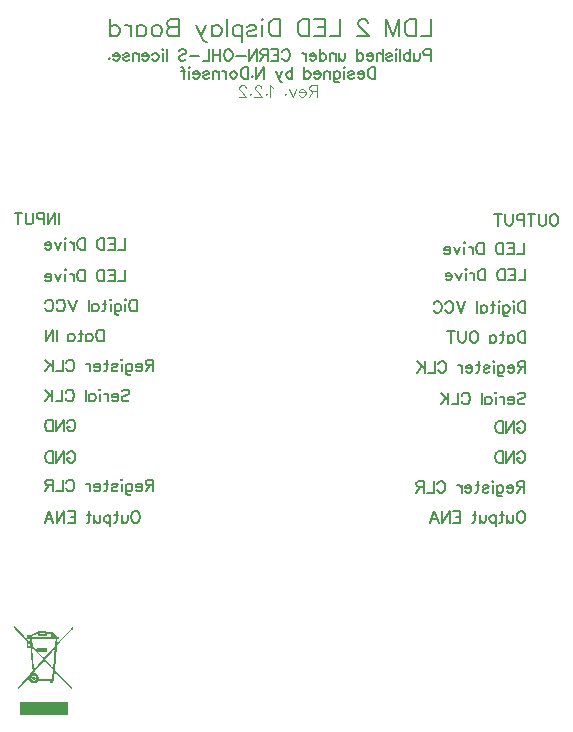
<source format=gbo>
G04 Layer: BottomSilkscreenLayer*
G04 EasyEDA v6.5.23, 2023-06-06 19:11:06*
G04 440996f75ca54165bcb2688da9f4019d,0997c0c323a540828c61b468e30a80a1,10*
G04 Gerber Generator version 0.2*
G04 Scale: 100 percent, Rotated: No, Reflected: No *
G04 Dimensions in millimeters *
G04 leading zeros omitted , absolute positions ,4 integer and 5 decimal *
%FSLAX45Y45*%
%MOMM*%

%ADD10C,0.1500*%
%ADD11C,0.1700*%
%ADD12C,0.1200*%

%LPD*%
G36*
X1515872Y5645505D02*
G01*
X1515465Y5643067D01*
X1515313Y5637225D01*
X1515668Y5633466D01*
X1516380Y5631434D01*
X1517650Y5629046D01*
X1522577Y5622290D01*
X1531772Y5611622D01*
X1621078Y5515051D01*
X1620376Y5473242D01*
X1634337Y5473242D01*
X1634489Y5490718D01*
X1634845Y5494731D01*
X1635404Y5497423D01*
X1636115Y5498439D01*
X1639976Y5495747D01*
X1645361Y5489498D01*
X1650136Y5482488D01*
X1652219Y5477408D01*
X1651863Y5475274D01*
X1650593Y5474004D01*
X1647901Y5473395D01*
X1620376Y5473242D01*
X1620164Y5460644D01*
X1646123Y5460492D01*
X1651304Y5459984D01*
X1653216Y5459069D01*
X1668068Y5459069D01*
X1668272Y5459933D01*
X1668780Y5460238D01*
X1669846Y5459882D01*
X1673758Y5456834D01*
X1680768Y5450078D01*
X1691589Y5438851D01*
X1760887Y5364378D01*
X1779168Y5364378D01*
X1782267Y5368391D01*
X1802942Y5392166D01*
X1833219Y5425795D01*
X1854504Y5448808D01*
X1857959Y5452211D01*
X1858264Y5451500D01*
X1858213Y5446776D01*
X1854911Y5409184D01*
X1849170Y5337962D01*
X1846580Y5309514D01*
X1844649Y5294020D01*
X1843684Y5294477D01*
X1838096Y5299608D01*
X1828850Y5308955D01*
X1805381Y5333949D01*
X1785112Y5356555D01*
X1779930Y5363057D01*
X1779168Y5364378D01*
X1760887Y5364378D01*
X1761642Y5363565D01*
X1714601Y5311343D01*
X1695094Y5290007D01*
X1688287Y5282895D01*
X1684426Y5279339D01*
X1683918Y5279136D01*
X1668068Y5459069D01*
X1653216Y5459069D01*
X1653641Y5458866D01*
X1654200Y5456936D01*
X1657096Y5421477D01*
X1668221Y5292750D01*
X1669999Y5269280D01*
X1669948Y5267045D01*
X1668932Y5264200D01*
X1666493Y5260136D01*
X1660337Y5252059D01*
X1686204Y5252059D01*
X1686306Y5255463D01*
X1686560Y5257038D01*
X1688185Y5260797D01*
X1689607Y5263235D01*
X1694281Y5269636D01*
X1701749Y5278678D01*
X1727504Y5307990D01*
X1756460Y5340146D01*
X1765554Y5349900D01*
X1769160Y5353456D01*
X1770176Y5352694D01*
X1780844Y5341924D01*
X1844243Y5274716D01*
X1838045Y5200142D01*
X1723898Y5200142D01*
X1722526Y5209540D01*
X1721154Y5216042D01*
X1718868Y5222189D01*
X1715770Y5227828D01*
X1711909Y5232908D01*
X1707235Y5237480D01*
X1701901Y5241391D01*
X1695907Y5244693D01*
X1689303Y5247284D01*
X1687626Y5248148D01*
X1686610Y5249672D01*
X1686204Y5252059D01*
X1660337Y5252059D01*
X1645818Y5234940D01*
X1578203Y5158892D01*
X1555851Y5133289D01*
X1549908Y5125923D01*
X1546656Y5121148D01*
X1545844Y5119522D01*
X1545488Y5118252D01*
X1545488Y5117287D01*
X1546301Y5115763D01*
X1549044Y5113020D01*
X1550873Y5111902D01*
X1552803Y5113629D01*
X1564538Y5126177D01*
X1584045Y5147614D01*
X1639112Y5209133D01*
X1640621Y5202174D01*
X1660855Y5202174D01*
X1661871Y5210556D01*
X1663141Y5214112D01*
X1664868Y5217464D01*
X1666849Y5220258D01*
X1668780Y5222138D01*
X1673301Y5224678D01*
X1677924Y5226151D01*
X1682546Y5226507D01*
X1687017Y5225897D01*
X1691182Y5224272D01*
X1694891Y5221732D01*
X1698091Y5218226D01*
X1700631Y5213858D01*
X1702257Y5209133D01*
X1702866Y5204460D01*
X1702612Y5200040D01*
X1701495Y5195874D01*
X1699666Y5192064D01*
X1697177Y5188762D01*
X1694129Y5186019D01*
X1690573Y5183936D01*
X1686661Y5182565D01*
X1682445Y5182108D01*
X1678025Y5182565D01*
X1673453Y5184038D01*
X1666798Y5188508D01*
X1662531Y5194655D01*
X1660855Y5202174D01*
X1640621Y5202174D01*
X1643583Y5190337D01*
X1646428Y5182971D01*
X1649780Y5176977D01*
X1653489Y5172557D01*
X1658112Y5168849D01*
X1663141Y5165953D01*
X1668525Y5163769D01*
X1674114Y5162346D01*
X1679803Y5161686D01*
X1685493Y5161737D01*
X1691081Y5162499D01*
X1696466Y5163972D01*
X1701495Y5166207D01*
X1706118Y5169103D01*
X1710232Y5172710D01*
X1713687Y5176977D01*
X1717954Y5183327D01*
X1818893Y5183327D01*
X1818893Y5160213D01*
X1844649Y5160213D01*
X1844649Y5171643D01*
X1844852Y5177078D01*
X1845411Y5180990D01*
X1846376Y5183530D01*
X1848815Y5185918D01*
X1849628Y5187543D01*
X1850389Y5190032D01*
X1851761Y5198465D01*
X1853234Y5212689D01*
X1857044Y5255412D01*
X1857502Y5258460D01*
X1862836Y5253126D01*
X1896465Y5217617D01*
X1942998Y5167833D01*
X1997303Y5108752D01*
X2006295Y5118252D01*
X1858518Y5276900D01*
X1874469Y5472125D01*
X1906930Y5507888D01*
X1981758Y5591606D01*
X2002586Y5615686D01*
X2008632Y5623153D01*
X2012391Y5628487D01*
X2014423Y5632196D01*
X2015236Y5634990D01*
X2015185Y5639003D01*
X2014880Y5641289D01*
X2014372Y5642813D01*
X2013813Y5643372D01*
X2007920Y5637428D01*
X1992934Y5621223D01*
X1918614Y5538825D01*
X1897075Y5515356D01*
X1882393Y5499912D01*
X1878380Y5495950D01*
X1876907Y5494934D01*
X1876958Y5502198D01*
X1877872Y5516321D01*
X1879396Y5535218D01*
X1892604Y5536336D01*
X1895093Y5537403D01*
X1896059Y5539638D01*
X1896262Y5543753D01*
X1896110Y5547817D01*
X1895195Y5550001D01*
X1892807Y5550814D01*
X1884883Y5551119D01*
X1882393Y5551678D01*
X1880870Y5552541D01*
X1878228Y5558637D01*
X1872996Y5565495D01*
X1866290Y5572302D01*
X1859737Y5577230D01*
X1856536Y5579364D01*
X1854301Y5581497D01*
X1853031Y5583732D01*
X1852269Y5588762D01*
X1850694Y5590184D01*
X1846783Y5590743D01*
X1831289Y5591048D01*
X1822704Y5591606D01*
X1806346Y5593486D01*
X1799488Y5594705D01*
X1794002Y5595975D01*
X1790395Y5597296D01*
X1787601Y5599938D01*
X1782165Y5600801D01*
X1771599Y5601258D01*
X1743964Y5601360D01*
X1729638Y5601106D01*
X1725269Y5600801D01*
X1722374Y5600293D01*
X1720596Y5599633D01*
X1719630Y5598718D01*
X1718208Y5595620D01*
X1716227Y5594197D01*
X1713077Y5593080D01*
X1702816Y5591200D01*
X1696821Y5589727D01*
X1690776Y5587898D01*
X1684782Y5585764D01*
X1679426Y5583529D01*
X1733550Y5583529D01*
X1734413Y5585104D01*
X1737512Y5586069D01*
X1743862Y5586526D01*
X1754378Y5586679D01*
X1764893Y5586526D01*
X1771243Y5586069D01*
X1774393Y5585104D01*
X1775206Y5583529D01*
X1774393Y5581954D01*
X1771243Y5580989D01*
X1764893Y5580481D01*
X1743862Y5580481D01*
X1737512Y5580989D01*
X1734413Y5581954D01*
X1733550Y5583529D01*
X1679426Y5583529D01*
X1673402Y5580684D01*
X1668373Y5577840D01*
X1658264Y5571134D01*
X1654708Y5569356D01*
X1652168Y5569407D01*
X1645716Y5573166D01*
X1641703Y5574182D01*
X1637792Y5574182D01*
X1634032Y5573268D01*
X1630527Y5571490D01*
X1627378Y5569000D01*
X1624736Y5565902D01*
X1622755Y5562295D01*
X1621485Y5558332D01*
X1621028Y5554065D01*
X1621117Y5553354D01*
X1663649Y5553354D01*
X1663649Y5554167D01*
X1664055Y5555081D01*
X1665833Y5557570D01*
X1668475Y5560161D01*
X1672031Y5562701D01*
X1676298Y5565292D01*
X1681225Y5567730D01*
X1686661Y5570067D01*
X1692605Y5572201D01*
X1698802Y5574080D01*
X1710791Y5577179D01*
X1716989Y5577840D01*
X1719325Y5575858D01*
X1719681Y5570931D01*
X1719681Y5563565D01*
X1789125Y5563565D01*
X1789226Y5575198D01*
X1789531Y5577840D01*
X1790039Y5579567D01*
X1790598Y5580126D01*
X1817928Y5576214D01*
X1824329Y5574030D01*
X1826564Y5570016D01*
X1826818Y5557266D01*
X1852625Y5557266D01*
X1852726Y5559704D01*
X1853082Y5561736D01*
X1853590Y5563057D01*
X1854200Y5563565D01*
X1855266Y5563057D01*
X1857044Y5561736D01*
X1861515Y5557266D01*
X1867255Y5550966D01*
X1855927Y5551119D01*
X1853692Y5551932D01*
X1852777Y5553811D01*
X1852625Y5557266D01*
X1826818Y5557266D01*
X1826818Y5550966D01*
X1697228Y5551017D01*
X1678939Y5551271D01*
X1668678Y5551779D01*
X1665884Y5552186D01*
X1664309Y5552744D01*
X1663649Y5553354D01*
X1621117Y5553354D01*
X1621586Y5549646D01*
X1623161Y5545226D01*
X1626717Y5540451D01*
X1631645Y5536742D01*
X1637080Y5534710D01*
X1645056Y5534761D01*
X1645634Y5534152D01*
X1864868Y5534152D01*
X1862378Y5497423D01*
X1861616Y5489295D01*
X1860397Y5482539D01*
X1859534Y5479440D01*
X1858365Y5476443D01*
X1856892Y5473395D01*
X1855063Y5470245D01*
X1850186Y5463336D01*
X1843278Y5454954D01*
X1770278Y5372760D01*
X1717598Y5428081D01*
X1791106Y5429199D01*
X1791106Y5460644D01*
X1703781Y5460644D01*
X1703781Y5442864D01*
X1670050Y5478373D01*
X1669948Y5504738D01*
X1669389Y5510022D01*
X1668221Y5512663D01*
X1664106Y5514695D01*
X1662887Y5516524D01*
X1662277Y5519623D01*
X1662125Y5534152D01*
X1645634Y5534152D01*
X1646936Y5532780D01*
X1647952Y5528411D01*
X1648206Y5518962D01*
X1647698Y5515152D01*
X1647189Y5513882D01*
X1646428Y5513070D01*
X1645412Y5512765D01*
X1644040Y5512968D01*
X1642313Y5513730D01*
X1637588Y5517083D01*
X1630883Y5523128D01*
X1621840Y5532069D01*
X1595526Y5559907D01*
X1543354Y5616244D01*
G37*
G36*
X1682292Y5218836D02*
G01*
X1677365Y5217769D01*
X1672691Y5214467D01*
X1669389Y5209794D01*
X1668272Y5204663D01*
X1669288Y5199430D01*
X1672386Y5194503D01*
X1677162Y5190794D01*
X1682343Y5189677D01*
X1687372Y5191150D01*
X1691741Y5195163D01*
X1694688Y5200243D01*
X1695653Y5205018D01*
X1694586Y5209641D01*
X1691538Y5214162D01*
X1687169Y5217617D01*
G37*
G36*
X1560931Y5002631D02*
G01*
X1560931Y4895494D01*
X1973630Y4895494D01*
X1973630Y5002631D01*
G37*
D10*
X5829300Y8889309D02*
G01*
X5829300Y8793853D01*
X5829300Y8793853D02*
G01*
X5774753Y8793853D01*
X5744753Y8889309D02*
G01*
X5744753Y8793853D01*
X5744753Y8889309D02*
G01*
X5685663Y8889309D01*
X5744753Y8843853D02*
G01*
X5708390Y8843853D01*
X5744753Y8793853D02*
G01*
X5685663Y8793853D01*
X5655663Y8889309D02*
G01*
X5655663Y8793853D01*
X5655663Y8889309D02*
G01*
X5623847Y8889309D01*
X5610209Y8884762D01*
X5601119Y8875671D01*
X5596572Y8866581D01*
X5592028Y8852946D01*
X5592028Y8830218D01*
X5596572Y8816581D01*
X5601119Y8807490D01*
X5610209Y8798399D01*
X5623847Y8793853D01*
X5655663Y8793853D01*
X5492028Y8889309D02*
G01*
X5492028Y8793853D01*
X5492028Y8889309D02*
G01*
X5460210Y8889309D01*
X5446572Y8884762D01*
X5437482Y8875671D01*
X5432938Y8866581D01*
X5428391Y8852946D01*
X5428391Y8830218D01*
X5432938Y8816581D01*
X5437482Y8807490D01*
X5446572Y8798399D01*
X5460210Y8793853D01*
X5492028Y8793853D01*
X5398391Y8857490D02*
G01*
X5398391Y8793853D01*
X5398391Y8830218D02*
G01*
X5393847Y8843853D01*
X5384754Y8852946D01*
X5375663Y8857490D01*
X5362028Y8857490D01*
X5332028Y8889309D02*
G01*
X5327482Y8884762D01*
X5322938Y8889309D01*
X5327482Y8893853D01*
X5332028Y8889309D01*
X5327482Y8857490D02*
G01*
X5327482Y8793853D01*
X5292938Y8857490D02*
G01*
X5265663Y8793853D01*
X5238391Y8857490D02*
G01*
X5265663Y8793853D01*
X5208391Y8830218D02*
G01*
X5153847Y8830218D01*
X5153847Y8839309D01*
X5158392Y8848399D01*
X5162938Y8852946D01*
X5172029Y8857490D01*
X5185663Y8857490D01*
X5194754Y8852946D01*
X5203847Y8843853D01*
X5208391Y8830218D01*
X5208391Y8821127D01*
X5203847Y8807490D01*
X5194754Y8798399D01*
X5185663Y8793853D01*
X5172029Y8793853D01*
X5162938Y8798399D01*
X5153847Y8807490D01*
X5842000Y8140009D02*
G01*
X5842000Y8044553D01*
X5842000Y8140009D02*
G01*
X5810181Y8140009D01*
X5796546Y8135462D01*
X5787453Y8126371D01*
X5782909Y8117281D01*
X5778362Y8103646D01*
X5778362Y8080918D01*
X5782909Y8067281D01*
X5787453Y8058190D01*
X5796546Y8049099D01*
X5810181Y8044553D01*
X5842000Y8044553D01*
X5693818Y8108190D02*
G01*
X5693818Y8044553D01*
X5693818Y8094553D02*
G01*
X5702909Y8103646D01*
X5712000Y8108190D01*
X5725637Y8108190D01*
X5734728Y8103646D01*
X5743818Y8094553D01*
X5748362Y8080918D01*
X5748362Y8071827D01*
X5743818Y8058190D01*
X5734728Y8049099D01*
X5725637Y8044553D01*
X5712000Y8044553D01*
X5702909Y8049099D01*
X5693818Y8058190D01*
X5650181Y8140009D02*
G01*
X5650181Y8062737D01*
X5645637Y8049099D01*
X5636547Y8044553D01*
X5627453Y8044553D01*
X5663818Y8108190D02*
G01*
X5632000Y8108190D01*
X5542909Y8108190D02*
G01*
X5542909Y8044553D01*
X5542909Y8094553D02*
G01*
X5552000Y8103646D01*
X5561091Y8108190D01*
X5574728Y8108190D01*
X5583819Y8103646D01*
X5592909Y8094553D01*
X5597453Y8080918D01*
X5597453Y8071827D01*
X5592909Y8058190D01*
X5583819Y8049099D01*
X5574728Y8044553D01*
X5561091Y8044553D01*
X5552000Y8049099D01*
X5542909Y8058190D01*
X5415638Y8140009D02*
G01*
X5424728Y8135462D01*
X5433819Y8126371D01*
X5438363Y8117281D01*
X5442910Y8103646D01*
X5442910Y8080918D01*
X5438363Y8067281D01*
X5433819Y8058190D01*
X5424728Y8049099D01*
X5415638Y8044553D01*
X5397454Y8044553D01*
X5388363Y8049099D01*
X5379272Y8058190D01*
X5374728Y8067281D01*
X5370182Y8080918D01*
X5370182Y8103646D01*
X5374728Y8117281D01*
X5379272Y8126371D01*
X5388363Y8135462D01*
X5397454Y8140009D01*
X5415638Y8140009D01*
X5340182Y8140009D02*
G01*
X5340182Y8071827D01*
X5335638Y8058190D01*
X5326547Y8049099D01*
X5312910Y8044553D01*
X5303819Y8044553D01*
X5290182Y8049099D01*
X5281091Y8058190D01*
X5276547Y8071827D01*
X5276547Y8140009D01*
X5214729Y8140009D02*
G01*
X5214729Y8044553D01*
X5246547Y8140009D02*
G01*
X5182910Y8140009D01*
X5842000Y7886009D02*
G01*
X5842000Y7790553D01*
X5842000Y7886009D02*
G01*
X5801090Y7886009D01*
X5787453Y7881462D01*
X5782909Y7876918D01*
X5778362Y7867827D01*
X5778362Y7858737D01*
X5782909Y7849646D01*
X5787453Y7845099D01*
X5801090Y7840553D01*
X5842000Y7840553D01*
X5810181Y7840553D02*
G01*
X5778362Y7790553D01*
X5748362Y7826918D02*
G01*
X5693818Y7826918D01*
X5693818Y7836009D01*
X5698363Y7845099D01*
X5702909Y7849646D01*
X5712000Y7854190D01*
X5725637Y7854190D01*
X5734728Y7849646D01*
X5743818Y7840553D01*
X5748362Y7826918D01*
X5748362Y7817827D01*
X5743818Y7804190D01*
X5734728Y7795099D01*
X5725637Y7790553D01*
X5712000Y7790553D01*
X5702909Y7795099D01*
X5693818Y7804190D01*
X5609272Y7854190D02*
G01*
X5609272Y7781462D01*
X5613819Y7767828D01*
X5618363Y7763281D01*
X5627453Y7758737D01*
X5641091Y7758737D01*
X5650181Y7763281D01*
X5609272Y7840553D02*
G01*
X5618363Y7849646D01*
X5627453Y7854190D01*
X5641091Y7854190D01*
X5650181Y7849646D01*
X5659272Y7840553D01*
X5663818Y7826918D01*
X5663818Y7817827D01*
X5659272Y7804190D01*
X5650181Y7795099D01*
X5641091Y7790553D01*
X5627453Y7790553D01*
X5618363Y7795099D01*
X5609272Y7804190D01*
X5579272Y7886009D02*
G01*
X5574728Y7881462D01*
X5570181Y7886009D01*
X5574728Y7890553D01*
X5579272Y7886009D01*
X5574728Y7854190D02*
G01*
X5574728Y7790553D01*
X5490182Y7840553D02*
G01*
X5494728Y7849646D01*
X5508363Y7854190D01*
X5522000Y7854190D01*
X5535637Y7849646D01*
X5540181Y7840553D01*
X5535637Y7831462D01*
X5526547Y7826918D01*
X5503819Y7822371D01*
X5494728Y7817827D01*
X5490182Y7808737D01*
X5490182Y7804190D01*
X5494728Y7795099D01*
X5508363Y7790553D01*
X5522000Y7790553D01*
X5535637Y7795099D01*
X5540181Y7804190D01*
X5446547Y7886009D02*
G01*
X5446547Y7808737D01*
X5442000Y7795099D01*
X5432910Y7790553D01*
X5423819Y7790553D01*
X5460182Y7854190D02*
G01*
X5428363Y7854190D01*
X5393819Y7826918D02*
G01*
X5339273Y7826918D01*
X5339273Y7836009D01*
X5343819Y7845099D01*
X5348363Y7849646D01*
X5357454Y7854190D01*
X5371091Y7854190D01*
X5380182Y7849646D01*
X5389272Y7840553D01*
X5393819Y7826918D01*
X5393819Y7817827D01*
X5389272Y7804190D01*
X5380182Y7795099D01*
X5371091Y7790553D01*
X5357454Y7790553D01*
X5348363Y7795099D01*
X5339273Y7804190D01*
X5309273Y7854190D02*
G01*
X5309273Y7790553D01*
X5309273Y7826918D02*
G01*
X5304729Y7840553D01*
X5295638Y7849646D01*
X5286547Y7854190D01*
X5272910Y7854190D01*
X5104729Y7863281D02*
G01*
X5109273Y7872371D01*
X5118364Y7881462D01*
X5127454Y7886009D01*
X5145638Y7886009D01*
X5154729Y7881462D01*
X5163820Y7872371D01*
X5168364Y7863281D01*
X5172910Y7849646D01*
X5172910Y7826918D01*
X5168364Y7813281D01*
X5163820Y7804190D01*
X5154729Y7795099D01*
X5145638Y7790553D01*
X5127454Y7790553D01*
X5118364Y7795099D01*
X5109273Y7804190D01*
X5104729Y7813281D01*
X5074729Y7886009D02*
G01*
X5074729Y7790553D01*
X5074729Y7790553D02*
G01*
X5020183Y7790553D01*
X4990183Y7886009D02*
G01*
X4990183Y7790553D01*
X4926548Y7886009D02*
G01*
X4990183Y7822371D01*
X4967455Y7845099D02*
G01*
X4926548Y7790553D01*
X5778362Y7605671D02*
G01*
X5787453Y7614762D01*
X5801090Y7619309D01*
X5819272Y7619309D01*
X5832909Y7614762D01*
X5842000Y7605671D01*
X5842000Y7596581D01*
X5837453Y7587490D01*
X5832909Y7582946D01*
X5823818Y7578399D01*
X5796546Y7569309D01*
X5787453Y7564762D01*
X5782909Y7560218D01*
X5778362Y7551127D01*
X5778362Y7537490D01*
X5787453Y7528399D01*
X5801090Y7523853D01*
X5819272Y7523853D01*
X5832909Y7528399D01*
X5842000Y7537490D01*
X5748362Y7560218D02*
G01*
X5693818Y7560218D01*
X5693818Y7569309D01*
X5698363Y7578399D01*
X5702909Y7582946D01*
X5712000Y7587490D01*
X5725637Y7587490D01*
X5734728Y7582946D01*
X5743818Y7573853D01*
X5748362Y7560218D01*
X5748362Y7551127D01*
X5743818Y7537490D01*
X5734728Y7528399D01*
X5725637Y7523853D01*
X5712000Y7523853D01*
X5702909Y7528399D01*
X5693818Y7537490D01*
X5663818Y7587490D02*
G01*
X5663818Y7523853D01*
X5663818Y7560218D02*
G01*
X5659272Y7573853D01*
X5650181Y7582946D01*
X5641091Y7587490D01*
X5627453Y7587490D01*
X5597453Y7619309D02*
G01*
X5592909Y7614762D01*
X5588363Y7619309D01*
X5592909Y7623853D01*
X5597453Y7619309D01*
X5592909Y7587490D02*
G01*
X5592909Y7523853D01*
X5503819Y7587490D02*
G01*
X5503819Y7523853D01*
X5503819Y7573853D02*
G01*
X5512909Y7582946D01*
X5522000Y7587490D01*
X5535637Y7587490D01*
X5544728Y7582946D01*
X5553819Y7573853D01*
X5558363Y7560218D01*
X5558363Y7551127D01*
X5553819Y7537490D01*
X5544728Y7528399D01*
X5535637Y7523853D01*
X5522000Y7523853D01*
X5512909Y7528399D01*
X5503819Y7537490D01*
X5473819Y7619309D02*
G01*
X5473819Y7523853D01*
X5305638Y7596581D02*
G01*
X5310182Y7605671D01*
X5319273Y7614762D01*
X5328363Y7619309D01*
X5346547Y7619309D01*
X5355638Y7614762D01*
X5364728Y7605671D01*
X5369272Y7596581D01*
X5373819Y7582946D01*
X5373819Y7560218D01*
X5369272Y7546581D01*
X5364728Y7537490D01*
X5355638Y7528399D01*
X5346547Y7523853D01*
X5328363Y7523853D01*
X5319273Y7528399D01*
X5310182Y7537490D01*
X5305638Y7546581D01*
X5275638Y7619309D02*
G01*
X5275638Y7523853D01*
X5275638Y7523853D02*
G01*
X5221091Y7523853D01*
X5191091Y7619309D02*
G01*
X5191091Y7523853D01*
X5127454Y7619309D02*
G01*
X5191091Y7555671D01*
X5168364Y7578399D02*
G01*
X5127454Y7523853D01*
X5773818Y7101281D02*
G01*
X5778362Y7110371D01*
X5787453Y7119462D01*
X5796546Y7124009D01*
X5814728Y7124009D01*
X5823818Y7119462D01*
X5832909Y7110371D01*
X5837453Y7101281D01*
X5842000Y7087646D01*
X5842000Y7064918D01*
X5837453Y7051281D01*
X5832909Y7042190D01*
X5823818Y7033099D01*
X5814728Y7028553D01*
X5796546Y7028553D01*
X5787453Y7033099D01*
X5778362Y7042190D01*
X5773818Y7051281D01*
X5773818Y7064918D01*
X5796546Y7064918D02*
G01*
X5773818Y7064918D01*
X5743818Y7124009D02*
G01*
X5743818Y7028553D01*
X5743818Y7124009D02*
G01*
X5680181Y7028553D01*
X5680181Y7124009D02*
G01*
X5680181Y7028553D01*
X5650181Y7124009D02*
G01*
X5650181Y7028553D01*
X5650181Y7124009D02*
G01*
X5618363Y7124009D01*
X5604728Y7119462D01*
X5595637Y7110371D01*
X5591091Y7101281D01*
X5586547Y7087646D01*
X5586547Y7064918D01*
X5591091Y7051281D01*
X5595637Y7042190D01*
X5604728Y7033099D01*
X5618363Y7028553D01*
X5650181Y7028553D01*
X5773818Y7355281D02*
G01*
X5778362Y7364371D01*
X5787453Y7373462D01*
X5796546Y7378009D01*
X5814728Y7378009D01*
X5823818Y7373462D01*
X5832909Y7364371D01*
X5837453Y7355281D01*
X5842000Y7341646D01*
X5842000Y7318918D01*
X5837453Y7305281D01*
X5832909Y7296190D01*
X5823818Y7287099D01*
X5814728Y7282553D01*
X5796546Y7282553D01*
X5787453Y7287099D01*
X5778362Y7296190D01*
X5773818Y7305281D01*
X5773818Y7318918D01*
X5796546Y7318918D02*
G01*
X5773818Y7318918D01*
X5743818Y7378009D02*
G01*
X5743818Y7282553D01*
X5743818Y7378009D02*
G01*
X5680181Y7282553D01*
X5680181Y7378009D02*
G01*
X5680181Y7282553D01*
X5650181Y7378009D02*
G01*
X5650181Y7282553D01*
X5650181Y7378009D02*
G01*
X5618363Y7378009D01*
X5604728Y7373462D01*
X5595637Y7364371D01*
X5591091Y7355281D01*
X5586547Y7341646D01*
X5586547Y7318918D01*
X5591091Y7305281D01*
X5595637Y7296190D01*
X5604728Y7287099D01*
X5618363Y7282553D01*
X5650181Y7282553D01*
X5814728Y6616009D02*
G01*
X5823818Y6611462D01*
X5832909Y6602371D01*
X5837453Y6593281D01*
X5842000Y6579646D01*
X5842000Y6556918D01*
X5837453Y6543281D01*
X5832909Y6534190D01*
X5823818Y6525099D01*
X5814728Y6520553D01*
X5796546Y6520553D01*
X5787453Y6525099D01*
X5778362Y6534190D01*
X5773818Y6543281D01*
X5769272Y6556918D01*
X5769272Y6579646D01*
X5773818Y6593281D01*
X5778362Y6602371D01*
X5787453Y6611462D01*
X5796546Y6616009D01*
X5814728Y6616009D01*
X5739272Y6584190D02*
G01*
X5739272Y6538737D01*
X5734728Y6525099D01*
X5725637Y6520553D01*
X5712000Y6520553D01*
X5702909Y6525099D01*
X5689272Y6538737D01*
X5689272Y6584190D02*
G01*
X5689272Y6520553D01*
X5645637Y6616009D02*
G01*
X5645637Y6538737D01*
X5641091Y6525099D01*
X5632000Y6520553D01*
X5622909Y6520553D01*
X5659272Y6584190D02*
G01*
X5627453Y6584190D01*
X5592909Y6584190D02*
G01*
X5592909Y6488737D01*
X5592909Y6570553D02*
G01*
X5583819Y6579646D01*
X5574728Y6584190D01*
X5561091Y6584190D01*
X5552000Y6579646D01*
X5542909Y6570553D01*
X5538363Y6556918D01*
X5538363Y6547827D01*
X5542909Y6534190D01*
X5552000Y6525099D01*
X5561091Y6520553D01*
X5574728Y6520553D01*
X5583819Y6525099D01*
X5592909Y6534190D01*
X5508363Y6584190D02*
G01*
X5508363Y6538737D01*
X5503819Y6525099D01*
X5494728Y6520553D01*
X5481091Y6520553D01*
X5472000Y6525099D01*
X5458363Y6538737D01*
X5458363Y6584190D02*
G01*
X5458363Y6520553D01*
X5414728Y6616009D02*
G01*
X5414728Y6538737D01*
X5410182Y6525099D01*
X5401091Y6520553D01*
X5392000Y6520553D01*
X5428363Y6584190D02*
G01*
X5396547Y6584190D01*
X5292001Y6616009D02*
G01*
X5292001Y6520553D01*
X5292001Y6616009D02*
G01*
X5232910Y6616009D01*
X5292001Y6570553D02*
G01*
X5255638Y6570553D01*
X5292001Y6520553D02*
G01*
X5232910Y6520553D01*
X5202910Y6616009D02*
G01*
X5202910Y6520553D01*
X5202910Y6616009D02*
G01*
X5139273Y6520553D01*
X5139273Y6616009D02*
G01*
X5139273Y6520553D01*
X5072910Y6616009D02*
G01*
X5109273Y6520553D01*
X5072910Y6616009D02*
G01*
X5036548Y6520553D01*
X5095638Y6552371D02*
G01*
X5050182Y6552371D01*
X5842000Y8394009D02*
G01*
X5842000Y8298553D01*
X5842000Y8394009D02*
G01*
X5810181Y8394009D01*
X5796546Y8389462D01*
X5787453Y8380371D01*
X5782909Y8371281D01*
X5778362Y8357646D01*
X5778362Y8334918D01*
X5782909Y8321281D01*
X5787453Y8312190D01*
X5796546Y8303099D01*
X5810181Y8298553D01*
X5842000Y8298553D01*
X5748362Y8394009D02*
G01*
X5743818Y8389462D01*
X5739272Y8394009D01*
X5743818Y8398553D01*
X5748362Y8394009D01*
X5743818Y8362190D02*
G01*
X5743818Y8298553D01*
X5654728Y8362190D02*
G01*
X5654728Y8289462D01*
X5659272Y8275828D01*
X5663818Y8271281D01*
X5672909Y8266737D01*
X5686546Y8266737D01*
X5695637Y8271281D01*
X5654728Y8348553D02*
G01*
X5663818Y8357646D01*
X5672909Y8362190D01*
X5686546Y8362190D01*
X5695637Y8357646D01*
X5704728Y8348553D01*
X5709272Y8334918D01*
X5709272Y8325827D01*
X5704728Y8312190D01*
X5695637Y8303099D01*
X5686546Y8298553D01*
X5672909Y8298553D01*
X5663818Y8303099D01*
X5654728Y8312190D01*
X5624728Y8394009D02*
G01*
X5620181Y8389462D01*
X5615637Y8394009D01*
X5620181Y8398553D01*
X5624728Y8394009D01*
X5620181Y8362190D02*
G01*
X5620181Y8298553D01*
X5572000Y8394009D02*
G01*
X5572000Y8316737D01*
X5567453Y8303099D01*
X5558363Y8298553D01*
X5549272Y8298553D01*
X5585637Y8362190D02*
G01*
X5553819Y8362190D01*
X5464728Y8362190D02*
G01*
X5464728Y8298553D01*
X5464728Y8348553D02*
G01*
X5473819Y8357646D01*
X5482910Y8362190D01*
X5496547Y8362190D01*
X5505637Y8357646D01*
X5514728Y8348553D01*
X5519272Y8334918D01*
X5519272Y8325827D01*
X5514728Y8312190D01*
X5505637Y8303099D01*
X5496547Y8298553D01*
X5482910Y8298553D01*
X5473819Y8303099D01*
X5464728Y8312190D01*
X5434728Y8394009D02*
G01*
X5434728Y8298553D01*
X5334728Y8394009D02*
G01*
X5298363Y8298553D01*
X5262001Y8394009D02*
G01*
X5298363Y8298553D01*
X5163820Y8371281D02*
G01*
X5168364Y8380371D01*
X5177454Y8389462D01*
X5186547Y8394009D01*
X5204729Y8394009D01*
X5213819Y8389462D01*
X5222910Y8380371D01*
X5227454Y8371281D01*
X5232001Y8357646D01*
X5232001Y8334918D01*
X5227454Y8321281D01*
X5222910Y8312190D01*
X5213819Y8303099D01*
X5204729Y8298553D01*
X5186547Y8298553D01*
X5177454Y8303099D01*
X5168364Y8312190D01*
X5163820Y8321281D01*
X5065638Y8371281D02*
G01*
X5070182Y8380371D01*
X5079273Y8389462D01*
X5088364Y8394009D01*
X5106548Y8394009D01*
X5115638Y8389462D01*
X5124729Y8380371D01*
X5129273Y8371281D01*
X5133820Y8357646D01*
X5133820Y8334918D01*
X5129273Y8321281D01*
X5124729Y8312190D01*
X5115638Y8303099D01*
X5106548Y8298553D01*
X5088364Y8298553D01*
X5079273Y8303099D01*
X5070182Y8312190D01*
X5065638Y8321281D01*
X5834913Y6870870D02*
G01*
X5834913Y6775414D01*
X5834913Y6870870D02*
G01*
X5794004Y6870870D01*
X5780366Y6866323D01*
X5775822Y6861779D01*
X5771276Y6852688D01*
X5771276Y6843598D01*
X5775822Y6834507D01*
X5780366Y6829960D01*
X5794004Y6825414D01*
X5834913Y6825414D01*
X5803094Y6825414D02*
G01*
X5771276Y6775414D01*
X5741276Y6811779D02*
G01*
X5686732Y6811779D01*
X5686732Y6820870D01*
X5691276Y6829960D01*
X5695822Y6834507D01*
X5704913Y6839051D01*
X5718550Y6839051D01*
X5727641Y6834507D01*
X5736732Y6825414D01*
X5741276Y6811779D01*
X5741276Y6802688D01*
X5736732Y6789051D01*
X5727641Y6779961D01*
X5718550Y6775414D01*
X5704913Y6775414D01*
X5695822Y6779961D01*
X5686732Y6789051D01*
X5602185Y6839051D02*
G01*
X5602185Y6766323D01*
X5606732Y6752689D01*
X5611276Y6748142D01*
X5620367Y6743598D01*
X5634004Y6743598D01*
X5643095Y6748142D01*
X5602185Y6825414D02*
G01*
X5611276Y6834507D01*
X5620367Y6839051D01*
X5634004Y6839051D01*
X5643095Y6834507D01*
X5652185Y6825414D01*
X5656732Y6811779D01*
X5656732Y6802688D01*
X5652185Y6789051D01*
X5643095Y6779961D01*
X5634004Y6775414D01*
X5620367Y6775414D01*
X5611276Y6779961D01*
X5602185Y6789051D01*
X5572185Y6870870D02*
G01*
X5567641Y6866323D01*
X5563095Y6870870D01*
X5567641Y6875414D01*
X5572185Y6870870D01*
X5567641Y6839051D02*
G01*
X5567641Y6775414D01*
X5483095Y6825414D02*
G01*
X5487642Y6834507D01*
X5501276Y6839051D01*
X5514914Y6839051D01*
X5528551Y6834507D01*
X5533095Y6825414D01*
X5528551Y6816323D01*
X5519460Y6811779D01*
X5496732Y6807233D01*
X5487642Y6802688D01*
X5483095Y6793598D01*
X5483095Y6789051D01*
X5487642Y6779961D01*
X5501276Y6775414D01*
X5514914Y6775414D01*
X5528551Y6779961D01*
X5533095Y6789051D01*
X5439460Y6870870D02*
G01*
X5439460Y6793598D01*
X5434914Y6779961D01*
X5425823Y6775414D01*
X5416732Y6775414D01*
X5453095Y6839051D02*
G01*
X5421276Y6839051D01*
X5386732Y6811779D02*
G01*
X5332186Y6811779D01*
X5332186Y6820870D01*
X5336733Y6829960D01*
X5341277Y6834507D01*
X5350367Y6839051D01*
X5364005Y6839051D01*
X5373095Y6834507D01*
X5382186Y6825414D01*
X5386732Y6811779D01*
X5386732Y6802688D01*
X5382186Y6789051D01*
X5373095Y6779961D01*
X5364005Y6775414D01*
X5350367Y6775414D01*
X5341277Y6779961D01*
X5332186Y6789051D01*
X5302186Y6839051D02*
G01*
X5302186Y6775414D01*
X5302186Y6811779D02*
G01*
X5297642Y6825414D01*
X5288551Y6834507D01*
X5279461Y6839051D01*
X5265823Y6839051D01*
X5097642Y6848142D02*
G01*
X5102186Y6857232D01*
X5111277Y6866323D01*
X5120368Y6870870D01*
X5138552Y6870870D01*
X5147642Y6866323D01*
X5156733Y6857232D01*
X5161277Y6848142D01*
X5165824Y6834507D01*
X5165824Y6811779D01*
X5161277Y6798142D01*
X5156733Y6789051D01*
X5147642Y6779961D01*
X5138552Y6775414D01*
X5120368Y6775414D01*
X5111277Y6779961D01*
X5102186Y6789051D01*
X5097642Y6798142D01*
X5067642Y6870870D02*
G01*
X5067642Y6775414D01*
X5067642Y6775414D02*
G01*
X5013096Y6775414D01*
X4983096Y6870870D02*
G01*
X4983096Y6775414D01*
X4983096Y6870870D02*
G01*
X4942187Y6870870D01*
X4928552Y6866323D01*
X4924005Y6861779D01*
X4919461Y6852688D01*
X4919461Y6843598D01*
X4924005Y6834507D01*
X4928552Y6829960D01*
X4942187Y6825414D01*
X4983096Y6825414D01*
X4951277Y6825414D02*
G01*
X4919461Y6775414D01*
X5842127Y8666426D02*
G01*
X5842127Y8570970D01*
X5842127Y8570970D02*
G01*
X5787580Y8570970D01*
X5757580Y8666426D02*
G01*
X5757580Y8570970D01*
X5757580Y8666426D02*
G01*
X5698490Y8666426D01*
X5757580Y8620970D02*
G01*
X5721217Y8620970D01*
X5757580Y8570970D02*
G01*
X5698490Y8570970D01*
X5668490Y8666426D02*
G01*
X5668490Y8570970D01*
X5668490Y8666426D02*
G01*
X5636674Y8666426D01*
X5623036Y8661880D01*
X5613946Y8652789D01*
X5609399Y8643698D01*
X5604855Y8630064D01*
X5604855Y8607336D01*
X5609399Y8593698D01*
X5613946Y8584608D01*
X5623036Y8575517D01*
X5636674Y8570970D01*
X5668490Y8570970D01*
X5504855Y8666426D02*
G01*
X5504855Y8570970D01*
X5504855Y8666426D02*
G01*
X5473037Y8666426D01*
X5459399Y8661880D01*
X5450309Y8652789D01*
X5445765Y8643698D01*
X5441218Y8630064D01*
X5441218Y8607336D01*
X5445765Y8593698D01*
X5450309Y8584608D01*
X5459399Y8575517D01*
X5473037Y8570970D01*
X5504855Y8570970D01*
X5411218Y8634608D02*
G01*
X5411218Y8570970D01*
X5411218Y8607336D02*
G01*
X5406674Y8620970D01*
X5397581Y8630064D01*
X5388490Y8634608D01*
X5374855Y8634608D01*
X5344855Y8666426D02*
G01*
X5340309Y8661880D01*
X5335765Y8666426D01*
X5340309Y8670970D01*
X5344855Y8666426D01*
X5340309Y8634608D02*
G01*
X5340309Y8570970D01*
X5305765Y8634608D02*
G01*
X5278490Y8570970D01*
X5251218Y8634608D02*
G01*
X5278490Y8570970D01*
X5221218Y8607336D02*
G01*
X5166674Y8607336D01*
X5166674Y8616426D01*
X5171219Y8625517D01*
X5175765Y8630064D01*
X5184856Y8634608D01*
X5198490Y8634608D01*
X5207581Y8630064D01*
X5216674Y8620970D01*
X5221218Y8607336D01*
X5221218Y8598245D01*
X5216674Y8584608D01*
X5207581Y8575517D01*
X5198490Y8570970D01*
X5184856Y8570970D01*
X5175765Y8575517D01*
X5166674Y8584608D01*
X2451100Y8927409D02*
G01*
X2451100Y8831953D01*
X2451100Y8831953D02*
G01*
X2396553Y8831953D01*
X2366553Y8927409D02*
G01*
X2366553Y8831953D01*
X2366553Y8927409D02*
G01*
X2307463Y8927409D01*
X2366553Y8881953D02*
G01*
X2330190Y8881953D01*
X2366553Y8831953D02*
G01*
X2307463Y8831953D01*
X2277463Y8927409D02*
G01*
X2277463Y8831953D01*
X2277463Y8927409D02*
G01*
X2245647Y8927409D01*
X2232009Y8922862D01*
X2222919Y8913771D01*
X2218372Y8904681D01*
X2213828Y8891046D01*
X2213828Y8868318D01*
X2218372Y8854681D01*
X2222919Y8845590D01*
X2232009Y8836499D01*
X2245647Y8831953D01*
X2277463Y8831953D01*
X2113828Y8927409D02*
G01*
X2113828Y8831953D01*
X2113828Y8927409D02*
G01*
X2082010Y8927409D01*
X2068372Y8922862D01*
X2059282Y8913771D01*
X2054738Y8904681D01*
X2050191Y8891046D01*
X2050191Y8868318D01*
X2054738Y8854681D01*
X2059282Y8845590D01*
X2068372Y8836499D01*
X2082010Y8831953D01*
X2113828Y8831953D01*
X2020191Y8895590D02*
G01*
X2020191Y8831953D01*
X2020191Y8868318D02*
G01*
X2015647Y8881953D01*
X2006554Y8891046D01*
X1997463Y8895590D01*
X1983828Y8895590D01*
X1953828Y8927409D02*
G01*
X1949282Y8922862D01*
X1944738Y8927409D01*
X1949282Y8931953D01*
X1953828Y8927409D01*
X1949282Y8895590D02*
G01*
X1949282Y8831953D01*
X1914738Y8895590D02*
G01*
X1887463Y8831953D01*
X1860191Y8895590D02*
G01*
X1887463Y8831953D01*
X1830191Y8868318D02*
G01*
X1775647Y8868318D01*
X1775647Y8877409D01*
X1780192Y8886499D01*
X1784738Y8891046D01*
X1793829Y8895590D01*
X1807463Y8895590D01*
X1816554Y8891046D01*
X1825647Y8881953D01*
X1830191Y8868318D01*
X1830191Y8859227D01*
X1825647Y8845590D01*
X1816554Y8836499D01*
X1807463Y8831953D01*
X1793829Y8831953D01*
X1784738Y8836499D01*
X1775647Y8845590D01*
X2451100Y8660709D02*
G01*
X2451100Y8565253D01*
X2451100Y8565253D02*
G01*
X2396553Y8565253D01*
X2366553Y8660709D02*
G01*
X2366553Y8565253D01*
X2366553Y8660709D02*
G01*
X2307463Y8660709D01*
X2366553Y8615253D02*
G01*
X2330190Y8615253D01*
X2366553Y8565253D02*
G01*
X2307463Y8565253D01*
X2277463Y8660709D02*
G01*
X2277463Y8565253D01*
X2277463Y8660709D02*
G01*
X2245647Y8660709D01*
X2232009Y8656162D01*
X2222919Y8647071D01*
X2218372Y8637981D01*
X2213828Y8624346D01*
X2213828Y8601618D01*
X2218372Y8587981D01*
X2222919Y8578890D01*
X2232009Y8569799D01*
X2245647Y8565253D01*
X2277463Y8565253D01*
X2113828Y8660709D02*
G01*
X2113828Y8565253D01*
X2113828Y8660709D02*
G01*
X2082010Y8660709D01*
X2068372Y8656162D01*
X2059282Y8647071D01*
X2054738Y8637981D01*
X2050191Y8624346D01*
X2050191Y8601618D01*
X2054738Y8587981D01*
X2059282Y8578890D01*
X2068372Y8569799D01*
X2082010Y8565253D01*
X2113828Y8565253D01*
X2020191Y8628890D02*
G01*
X2020191Y8565253D01*
X2020191Y8601618D02*
G01*
X2015647Y8615253D01*
X2006554Y8624346D01*
X1997463Y8628890D01*
X1983828Y8628890D01*
X1953828Y8660709D02*
G01*
X1949282Y8656162D01*
X1944738Y8660709D01*
X1949282Y8665253D01*
X1953828Y8660709D01*
X1949282Y8628890D02*
G01*
X1949282Y8565253D01*
X1914738Y8628890D02*
G01*
X1887463Y8565253D01*
X1860191Y8628890D02*
G01*
X1887463Y8565253D01*
X1830191Y8601618D02*
G01*
X1775647Y8601618D01*
X1775647Y8610709D01*
X1780192Y8619799D01*
X1784738Y8624346D01*
X1793829Y8628890D01*
X1807463Y8628890D01*
X1816554Y8624346D01*
X1825647Y8615253D01*
X1830191Y8601618D01*
X1830191Y8592527D01*
X1825647Y8578890D01*
X1816554Y8569799D01*
X1807463Y8565253D01*
X1793829Y8565253D01*
X1784738Y8569799D01*
X1775647Y8578890D01*
X1963818Y7367981D02*
G01*
X1968362Y7377071D01*
X1977453Y7386162D01*
X1986546Y7390709D01*
X2004728Y7390709D01*
X2013818Y7386162D01*
X2022909Y7377071D01*
X2027453Y7367981D01*
X2032000Y7354346D01*
X2032000Y7331618D01*
X2027453Y7317981D01*
X2022909Y7308890D01*
X2013818Y7299799D01*
X2004728Y7295253D01*
X1986546Y7295253D01*
X1977453Y7299799D01*
X1968362Y7308890D01*
X1963818Y7317981D01*
X1963818Y7331618D01*
X1986546Y7331618D02*
G01*
X1963818Y7331618D01*
X1933818Y7390709D02*
G01*
X1933818Y7295253D01*
X1933818Y7390709D02*
G01*
X1870181Y7295253D01*
X1870181Y7390709D02*
G01*
X1870181Y7295253D01*
X1840181Y7390709D02*
G01*
X1840181Y7295253D01*
X1840181Y7390709D02*
G01*
X1808363Y7390709D01*
X1794728Y7386162D01*
X1785637Y7377071D01*
X1781091Y7367981D01*
X1776547Y7354346D01*
X1776547Y7331618D01*
X1781091Y7317981D01*
X1785637Y7308890D01*
X1794728Y7299799D01*
X1808363Y7295253D01*
X1840181Y7295253D01*
X2552700Y8406709D02*
G01*
X2552700Y8311253D01*
X2552700Y8406709D02*
G01*
X2520881Y8406709D01*
X2507246Y8402162D01*
X2498153Y8393071D01*
X2493609Y8383981D01*
X2489062Y8370346D01*
X2489062Y8347618D01*
X2493609Y8333981D01*
X2498153Y8324890D01*
X2507246Y8315799D01*
X2520881Y8311253D01*
X2552700Y8311253D01*
X2459062Y8406709D02*
G01*
X2454518Y8402162D01*
X2449972Y8406709D01*
X2454518Y8411253D01*
X2459062Y8406709D01*
X2454518Y8374890D02*
G01*
X2454518Y8311253D01*
X2365428Y8374890D02*
G01*
X2365428Y8302162D01*
X2369972Y8288528D01*
X2374518Y8283981D01*
X2383609Y8279437D01*
X2397246Y8279437D01*
X2406337Y8283981D01*
X2365428Y8361253D02*
G01*
X2374518Y8370346D01*
X2383609Y8374890D01*
X2397246Y8374890D01*
X2406337Y8370346D01*
X2415428Y8361253D01*
X2419972Y8347618D01*
X2419972Y8338527D01*
X2415428Y8324890D01*
X2406337Y8315799D01*
X2397246Y8311253D01*
X2383609Y8311253D01*
X2374518Y8315799D01*
X2365428Y8324890D01*
X2335428Y8406709D02*
G01*
X2330881Y8402162D01*
X2326337Y8406709D01*
X2330881Y8411253D01*
X2335428Y8406709D01*
X2330881Y8374890D02*
G01*
X2330881Y8311253D01*
X2282700Y8406709D02*
G01*
X2282700Y8329437D01*
X2278153Y8315799D01*
X2269063Y8311253D01*
X2259972Y8311253D01*
X2296337Y8374890D02*
G01*
X2264519Y8374890D01*
X2175428Y8374890D02*
G01*
X2175428Y8311253D01*
X2175428Y8361253D02*
G01*
X2184519Y8370346D01*
X2193610Y8374890D01*
X2207247Y8374890D01*
X2216337Y8370346D01*
X2225428Y8361253D01*
X2229972Y8347618D01*
X2229972Y8338527D01*
X2225428Y8324890D01*
X2216337Y8315799D01*
X2207247Y8311253D01*
X2193610Y8311253D01*
X2184519Y8315799D01*
X2175428Y8324890D01*
X2145428Y8406709D02*
G01*
X2145428Y8311253D01*
X2045428Y8406709D02*
G01*
X2009063Y8311253D01*
X1972701Y8406709D02*
G01*
X2009063Y8311253D01*
X1874520Y8383981D02*
G01*
X1879064Y8393071D01*
X1888154Y8402162D01*
X1897247Y8406709D01*
X1915429Y8406709D01*
X1924519Y8402162D01*
X1933610Y8393071D01*
X1938154Y8383981D01*
X1942701Y8370346D01*
X1942701Y8347618D01*
X1938154Y8333981D01*
X1933610Y8324890D01*
X1924519Y8315799D01*
X1915429Y8311253D01*
X1897247Y8311253D01*
X1888154Y8315799D01*
X1879064Y8324890D01*
X1874520Y8333981D01*
X1776338Y8383981D02*
G01*
X1780882Y8393071D01*
X1789973Y8402162D01*
X1799064Y8406709D01*
X1817248Y8406709D01*
X1826338Y8402162D01*
X1835429Y8393071D01*
X1839973Y8383981D01*
X1844520Y8370346D01*
X1844520Y8347618D01*
X1839973Y8333981D01*
X1835429Y8324890D01*
X1826338Y8315799D01*
X1817248Y8311253D01*
X1799064Y8311253D01*
X1789973Y8315799D01*
X1780882Y8324890D01*
X1776338Y8333981D01*
X2550828Y6616009D02*
G01*
X2559918Y6611462D01*
X2569009Y6602371D01*
X2573553Y6593281D01*
X2578100Y6579646D01*
X2578100Y6556918D01*
X2573553Y6543281D01*
X2569009Y6534190D01*
X2559918Y6525099D01*
X2550828Y6520553D01*
X2532646Y6520553D01*
X2523553Y6525099D01*
X2514462Y6534190D01*
X2509918Y6543281D01*
X2505372Y6556918D01*
X2505372Y6579646D01*
X2509918Y6593281D01*
X2514462Y6602371D01*
X2523553Y6611462D01*
X2532646Y6616009D01*
X2550828Y6616009D01*
X2475372Y6584190D02*
G01*
X2475372Y6538737D01*
X2470828Y6525099D01*
X2461737Y6520553D01*
X2448100Y6520553D01*
X2439009Y6525099D01*
X2425372Y6538737D01*
X2425372Y6584190D02*
G01*
X2425372Y6520553D01*
X2381737Y6616009D02*
G01*
X2381737Y6538737D01*
X2377191Y6525099D01*
X2368100Y6520553D01*
X2359009Y6520553D01*
X2395372Y6584190D02*
G01*
X2363553Y6584190D01*
X2329009Y6584190D02*
G01*
X2329009Y6488737D01*
X2329009Y6570553D02*
G01*
X2319919Y6579646D01*
X2310828Y6584190D01*
X2297191Y6584190D01*
X2288100Y6579646D01*
X2279009Y6570553D01*
X2274463Y6556918D01*
X2274463Y6547827D01*
X2279009Y6534190D01*
X2288100Y6525099D01*
X2297191Y6520553D01*
X2310828Y6520553D01*
X2319919Y6525099D01*
X2329009Y6534190D01*
X2244463Y6584190D02*
G01*
X2244463Y6538737D01*
X2239919Y6525099D01*
X2230828Y6520553D01*
X2217191Y6520553D01*
X2208100Y6525099D01*
X2194463Y6538737D01*
X2194463Y6584190D02*
G01*
X2194463Y6520553D01*
X2150828Y6616009D02*
G01*
X2150828Y6538737D01*
X2146282Y6525099D01*
X2137191Y6520553D01*
X2128100Y6520553D01*
X2164463Y6584190D02*
G01*
X2132647Y6584190D01*
X2028101Y6616009D02*
G01*
X2028101Y6520553D01*
X2028101Y6616009D02*
G01*
X1969010Y6616009D01*
X2028101Y6570553D02*
G01*
X1991738Y6570553D01*
X2028101Y6520553D02*
G01*
X1969010Y6520553D01*
X1939010Y6616009D02*
G01*
X1939010Y6520553D01*
X1939010Y6616009D02*
G01*
X1875373Y6520553D01*
X1875373Y6616009D02*
G01*
X1875373Y6520553D01*
X1809010Y6616009D02*
G01*
X1845373Y6520553D01*
X1809010Y6616009D02*
G01*
X1772648Y6520553D01*
X1831738Y6552371D02*
G01*
X1786282Y6552371D01*
X2425562Y7631071D02*
G01*
X2434653Y7640162D01*
X2448290Y7644709D01*
X2466472Y7644709D01*
X2480109Y7640162D01*
X2489200Y7631071D01*
X2489200Y7621981D01*
X2484653Y7612890D01*
X2480109Y7608346D01*
X2471018Y7603799D01*
X2443746Y7594709D01*
X2434653Y7590162D01*
X2430109Y7585618D01*
X2425562Y7576527D01*
X2425562Y7562890D01*
X2434653Y7553799D01*
X2448290Y7549253D01*
X2466472Y7549253D01*
X2480109Y7553799D01*
X2489200Y7562890D01*
X2395562Y7585618D02*
G01*
X2341018Y7585618D01*
X2341018Y7594709D01*
X2345563Y7603799D01*
X2350109Y7608346D01*
X2359200Y7612890D01*
X2372837Y7612890D01*
X2381928Y7608346D01*
X2391018Y7599253D01*
X2395562Y7585618D01*
X2395562Y7576527D01*
X2391018Y7562890D01*
X2381928Y7553799D01*
X2372837Y7549253D01*
X2359200Y7549253D01*
X2350109Y7553799D01*
X2341018Y7562890D01*
X2311018Y7612890D02*
G01*
X2311018Y7549253D01*
X2311018Y7585618D02*
G01*
X2306472Y7599253D01*
X2297381Y7608346D01*
X2288291Y7612890D01*
X2274653Y7612890D01*
X2244653Y7644709D02*
G01*
X2240109Y7640162D01*
X2235563Y7644709D01*
X2240109Y7649253D01*
X2244653Y7644709D01*
X2240109Y7612890D02*
G01*
X2240109Y7549253D01*
X2151019Y7612890D02*
G01*
X2151019Y7549253D01*
X2151019Y7599253D02*
G01*
X2160109Y7608346D01*
X2169200Y7612890D01*
X2182837Y7612890D01*
X2191928Y7608346D01*
X2201019Y7599253D01*
X2205563Y7585618D01*
X2205563Y7576527D01*
X2201019Y7562890D01*
X2191928Y7553799D01*
X2182837Y7549253D01*
X2169200Y7549253D01*
X2160109Y7553799D01*
X2151019Y7562890D01*
X2121019Y7644709D02*
G01*
X2121019Y7549253D01*
X1952838Y7621981D02*
G01*
X1957382Y7631071D01*
X1966473Y7640162D01*
X1975563Y7644709D01*
X1993747Y7644709D01*
X2002838Y7640162D01*
X2011928Y7631071D01*
X2016472Y7621981D01*
X2021019Y7608346D01*
X2021019Y7585618D01*
X2016472Y7571981D01*
X2011928Y7562890D01*
X2002838Y7553799D01*
X1993747Y7549253D01*
X1975563Y7549253D01*
X1966473Y7553799D01*
X1957382Y7562890D01*
X1952838Y7571981D01*
X1922838Y7644709D02*
G01*
X1922838Y7549253D01*
X1922838Y7549253D02*
G01*
X1868291Y7549253D01*
X1838291Y7644709D02*
G01*
X1838291Y7549253D01*
X1774654Y7644709D02*
G01*
X1838291Y7581071D01*
X1815564Y7603799D02*
G01*
X1774654Y7549253D01*
X2692400Y7898709D02*
G01*
X2692400Y7803253D01*
X2692400Y7898709D02*
G01*
X2651490Y7898709D01*
X2637853Y7894162D01*
X2633309Y7889618D01*
X2628762Y7880527D01*
X2628762Y7871437D01*
X2633309Y7862346D01*
X2637853Y7857799D01*
X2651490Y7853253D01*
X2692400Y7853253D01*
X2660581Y7853253D02*
G01*
X2628762Y7803253D01*
X2598762Y7839618D02*
G01*
X2544218Y7839618D01*
X2544218Y7848709D01*
X2548763Y7857799D01*
X2553309Y7862346D01*
X2562400Y7866890D01*
X2576037Y7866890D01*
X2585128Y7862346D01*
X2594218Y7853253D01*
X2598762Y7839618D01*
X2598762Y7830527D01*
X2594218Y7816890D01*
X2585128Y7807799D01*
X2576037Y7803253D01*
X2562400Y7803253D01*
X2553309Y7807799D01*
X2544218Y7816890D01*
X2459672Y7866890D02*
G01*
X2459672Y7794162D01*
X2464219Y7780528D01*
X2468763Y7775981D01*
X2477853Y7771437D01*
X2491491Y7771437D01*
X2500581Y7775981D01*
X2459672Y7853253D02*
G01*
X2468763Y7862346D01*
X2477853Y7866890D01*
X2491491Y7866890D01*
X2500581Y7862346D01*
X2509672Y7853253D01*
X2514218Y7839618D01*
X2514218Y7830527D01*
X2509672Y7816890D01*
X2500581Y7807799D01*
X2491491Y7803253D01*
X2477853Y7803253D01*
X2468763Y7807799D01*
X2459672Y7816890D01*
X2429672Y7898709D02*
G01*
X2425128Y7894162D01*
X2420581Y7898709D01*
X2425128Y7903253D01*
X2429672Y7898709D01*
X2425128Y7866890D02*
G01*
X2425128Y7803253D01*
X2340582Y7853253D02*
G01*
X2345128Y7862346D01*
X2358763Y7866890D01*
X2372400Y7866890D01*
X2386037Y7862346D01*
X2390581Y7853253D01*
X2386037Y7844162D01*
X2376947Y7839618D01*
X2354219Y7835071D01*
X2345128Y7830527D01*
X2340582Y7821437D01*
X2340582Y7816890D01*
X2345128Y7807799D01*
X2358763Y7803253D01*
X2372400Y7803253D01*
X2386037Y7807799D01*
X2390581Y7816890D01*
X2296947Y7898709D02*
G01*
X2296947Y7821437D01*
X2292400Y7807799D01*
X2283310Y7803253D01*
X2274219Y7803253D01*
X2310582Y7866890D02*
G01*
X2278763Y7866890D01*
X2244219Y7839618D02*
G01*
X2189673Y7839618D01*
X2189673Y7848709D01*
X2194219Y7857799D01*
X2198763Y7862346D01*
X2207854Y7866890D01*
X2221491Y7866890D01*
X2230582Y7862346D01*
X2239672Y7853253D01*
X2244219Y7839618D01*
X2244219Y7830527D01*
X2239672Y7816890D01*
X2230582Y7807799D01*
X2221491Y7803253D01*
X2207854Y7803253D01*
X2198763Y7807799D01*
X2189673Y7816890D01*
X2159673Y7866890D02*
G01*
X2159673Y7803253D01*
X2159673Y7839618D02*
G01*
X2155129Y7853253D01*
X2146038Y7862346D01*
X2136947Y7866890D01*
X2123310Y7866890D01*
X1955129Y7875981D02*
G01*
X1959673Y7885071D01*
X1968764Y7894162D01*
X1977854Y7898709D01*
X1996038Y7898709D01*
X2005129Y7894162D01*
X2014220Y7885071D01*
X2018764Y7875981D01*
X2023310Y7862346D01*
X2023310Y7839618D01*
X2018764Y7825981D01*
X2014220Y7816890D01*
X2005129Y7807799D01*
X1996038Y7803253D01*
X1977854Y7803253D01*
X1968764Y7807799D01*
X1959673Y7816890D01*
X1955129Y7825981D01*
X1925129Y7898709D02*
G01*
X1925129Y7803253D01*
X1925129Y7803253D02*
G01*
X1870582Y7803253D01*
X1840583Y7898709D02*
G01*
X1840583Y7803253D01*
X1776948Y7898709D02*
G01*
X1840583Y7835071D01*
X1817855Y7857799D02*
G01*
X1776948Y7803253D01*
X2273300Y8152709D02*
G01*
X2273300Y8057253D01*
X2273300Y8152709D02*
G01*
X2241481Y8152709D01*
X2227846Y8148162D01*
X2218753Y8139071D01*
X2214209Y8129981D01*
X2209662Y8116346D01*
X2209662Y8093618D01*
X2214209Y8079981D01*
X2218753Y8070890D01*
X2227846Y8061799D01*
X2241481Y8057253D01*
X2273300Y8057253D01*
X2125118Y8120890D02*
G01*
X2125118Y8057253D01*
X2125118Y8107253D02*
G01*
X2134209Y8116346D01*
X2143300Y8120890D01*
X2156937Y8120890D01*
X2166028Y8116346D01*
X2175118Y8107253D01*
X2179662Y8093618D01*
X2179662Y8084527D01*
X2175118Y8070890D01*
X2166028Y8061799D01*
X2156937Y8057253D01*
X2143300Y8057253D01*
X2134209Y8061799D01*
X2125118Y8070890D01*
X2081481Y8152709D02*
G01*
X2081481Y8075437D01*
X2076937Y8061799D01*
X2067847Y8057253D01*
X2058753Y8057253D01*
X2095118Y8120890D02*
G01*
X2063300Y8120890D01*
X1974209Y8120890D02*
G01*
X1974209Y8057253D01*
X1974209Y8107253D02*
G01*
X1983300Y8116346D01*
X1992391Y8120890D01*
X2006028Y8120890D01*
X2015119Y8116346D01*
X2024209Y8107253D01*
X2028753Y8093618D01*
X2028753Y8084527D01*
X2024209Y8070890D01*
X2015119Y8061799D01*
X2006028Y8057253D01*
X1992391Y8057253D01*
X1983300Y8061799D01*
X1974209Y8070890D01*
X1874210Y8152709D02*
G01*
X1874210Y8057253D01*
X1844210Y8152709D02*
G01*
X1844210Y8057253D01*
X1844210Y8152709D02*
G01*
X1780573Y8057253D01*
X1780573Y8152709D02*
G01*
X1780573Y8057253D01*
X2692400Y6882709D02*
G01*
X2692400Y6787253D01*
X2692400Y6882709D02*
G01*
X2651490Y6882709D01*
X2637853Y6878162D01*
X2633309Y6873618D01*
X2628762Y6864527D01*
X2628762Y6855437D01*
X2633309Y6846346D01*
X2637853Y6841799D01*
X2651490Y6837253D01*
X2692400Y6837253D01*
X2660581Y6837253D02*
G01*
X2628762Y6787253D01*
X2598762Y6823618D02*
G01*
X2544218Y6823618D01*
X2544218Y6832709D01*
X2548763Y6841799D01*
X2553309Y6846346D01*
X2562400Y6850890D01*
X2576037Y6850890D01*
X2585128Y6846346D01*
X2594218Y6837253D01*
X2598762Y6823618D01*
X2598762Y6814527D01*
X2594218Y6800890D01*
X2585128Y6791799D01*
X2576037Y6787253D01*
X2562400Y6787253D01*
X2553309Y6791799D01*
X2544218Y6800890D01*
X2459672Y6850890D02*
G01*
X2459672Y6778162D01*
X2464219Y6764528D01*
X2468763Y6759981D01*
X2477853Y6755437D01*
X2491491Y6755437D01*
X2500581Y6759981D01*
X2459672Y6837253D02*
G01*
X2468763Y6846346D01*
X2477853Y6850890D01*
X2491491Y6850890D01*
X2500581Y6846346D01*
X2509672Y6837253D01*
X2514218Y6823618D01*
X2514218Y6814527D01*
X2509672Y6800890D01*
X2500581Y6791799D01*
X2491491Y6787253D01*
X2477853Y6787253D01*
X2468763Y6791799D01*
X2459672Y6800890D01*
X2429672Y6882709D02*
G01*
X2425128Y6878162D01*
X2420581Y6882709D01*
X2425128Y6887253D01*
X2429672Y6882709D01*
X2425128Y6850890D02*
G01*
X2425128Y6787253D01*
X2340582Y6837253D02*
G01*
X2345128Y6846346D01*
X2358763Y6850890D01*
X2372400Y6850890D01*
X2386037Y6846346D01*
X2390581Y6837253D01*
X2386037Y6828162D01*
X2376947Y6823618D01*
X2354219Y6819071D01*
X2345128Y6814527D01*
X2340582Y6805437D01*
X2340582Y6800890D01*
X2345128Y6791799D01*
X2358763Y6787253D01*
X2372400Y6787253D01*
X2386037Y6791799D01*
X2390581Y6800890D01*
X2296947Y6882709D02*
G01*
X2296947Y6805437D01*
X2292400Y6791799D01*
X2283310Y6787253D01*
X2274219Y6787253D01*
X2310582Y6850890D02*
G01*
X2278763Y6850890D01*
X2244219Y6823618D02*
G01*
X2189673Y6823618D01*
X2189673Y6832709D01*
X2194219Y6841799D01*
X2198763Y6846346D01*
X2207854Y6850890D01*
X2221491Y6850890D01*
X2230582Y6846346D01*
X2239672Y6837253D01*
X2244219Y6823618D01*
X2244219Y6814527D01*
X2239672Y6800890D01*
X2230582Y6791799D01*
X2221491Y6787253D01*
X2207854Y6787253D01*
X2198763Y6791799D01*
X2189673Y6800890D01*
X2159673Y6850890D02*
G01*
X2159673Y6787253D01*
X2159673Y6823618D02*
G01*
X2155129Y6837253D01*
X2146038Y6846346D01*
X2136947Y6850890D01*
X2123310Y6850890D01*
X1955129Y6859981D02*
G01*
X1959673Y6869071D01*
X1968764Y6878162D01*
X1977854Y6882709D01*
X1996038Y6882709D01*
X2005129Y6878162D01*
X2014220Y6869071D01*
X2018764Y6859981D01*
X2023310Y6846346D01*
X2023310Y6823618D01*
X2018764Y6809981D01*
X2014220Y6800890D01*
X2005129Y6791799D01*
X1996038Y6787253D01*
X1977854Y6787253D01*
X1968764Y6791799D01*
X1959673Y6800890D01*
X1955129Y6809981D01*
X1925129Y6882709D02*
G01*
X1925129Y6787253D01*
X1925129Y6787253D02*
G01*
X1870582Y6787253D01*
X1840583Y6882709D02*
G01*
X1840583Y6787253D01*
X1840583Y6882709D02*
G01*
X1799673Y6882709D01*
X1786039Y6878162D01*
X1781492Y6873618D01*
X1776948Y6864527D01*
X1776948Y6855437D01*
X1781492Y6846346D01*
X1786039Y6841799D01*
X1799673Y6837253D01*
X1840583Y6837253D01*
X1808764Y6837253D02*
G01*
X1776948Y6787253D01*
X1963818Y7101281D02*
G01*
X1968362Y7110371D01*
X1977453Y7119462D01*
X1986546Y7124009D01*
X2004728Y7124009D01*
X2013818Y7119462D01*
X2022909Y7110371D01*
X2027453Y7101281D01*
X2032000Y7087646D01*
X2032000Y7064918D01*
X2027453Y7051281D01*
X2022909Y7042190D01*
X2013818Y7033099D01*
X2004728Y7028553D01*
X1986546Y7028553D01*
X1977453Y7033099D01*
X1968362Y7042190D01*
X1963818Y7051281D01*
X1963818Y7064918D01*
X1986546Y7064918D02*
G01*
X1963818Y7064918D01*
X1933818Y7124009D02*
G01*
X1933818Y7028553D01*
X1933818Y7124009D02*
G01*
X1870181Y7028553D01*
X1870181Y7124009D02*
G01*
X1870181Y7028553D01*
X1840181Y7124009D02*
G01*
X1840181Y7028553D01*
X1840181Y7124009D02*
G01*
X1808363Y7124009D01*
X1794728Y7119462D01*
X1785637Y7110371D01*
X1781091Y7101281D01*
X1776547Y7087646D01*
X1776547Y7064918D01*
X1781091Y7051281D01*
X1785637Y7042190D01*
X1794728Y7033099D01*
X1808363Y7028553D01*
X1840181Y7028553D01*
X1892300Y9143309D02*
G01*
X1892300Y9047853D01*
X1862300Y9143309D02*
G01*
X1862300Y9047853D01*
X1862300Y9143309D02*
G01*
X1798662Y9047853D01*
X1798662Y9143309D02*
G01*
X1798662Y9047853D01*
X1768662Y9143309D02*
G01*
X1768662Y9047853D01*
X1768662Y9143309D02*
G01*
X1727753Y9143309D01*
X1714119Y9138762D01*
X1709572Y9134218D01*
X1705028Y9125127D01*
X1705028Y9111490D01*
X1709572Y9102399D01*
X1714119Y9097853D01*
X1727753Y9093309D01*
X1768662Y9093309D01*
X1675028Y9143309D02*
G01*
X1675028Y9075127D01*
X1670481Y9061490D01*
X1661391Y9052399D01*
X1647753Y9047853D01*
X1638663Y9047853D01*
X1625028Y9052399D01*
X1615937Y9061490D01*
X1611391Y9075127D01*
X1611391Y9143309D01*
X1549572Y9143309D02*
G01*
X1549572Y9047853D01*
X1581391Y9143309D02*
G01*
X1517754Y9143309D01*
X6094128Y9130609D02*
G01*
X6103218Y9126062D01*
X6112309Y9116971D01*
X6116853Y9107881D01*
X6121400Y9094246D01*
X6121400Y9071518D01*
X6116853Y9057881D01*
X6112309Y9048790D01*
X6103218Y9039699D01*
X6094128Y9035153D01*
X6075946Y9035153D01*
X6066853Y9039699D01*
X6057762Y9048790D01*
X6053218Y9057881D01*
X6048672Y9071518D01*
X6048672Y9094246D01*
X6053218Y9107881D01*
X6057762Y9116971D01*
X6066853Y9126062D01*
X6075946Y9130609D01*
X6094128Y9130609D01*
X6018672Y9130609D02*
G01*
X6018672Y9062427D01*
X6014128Y9048790D01*
X6005037Y9039699D01*
X5991400Y9035153D01*
X5982309Y9035153D01*
X5968672Y9039699D01*
X5959581Y9048790D01*
X5955037Y9062427D01*
X5955037Y9130609D01*
X5893219Y9130609D02*
G01*
X5893219Y9035153D01*
X5925037Y9130609D02*
G01*
X5861400Y9130609D01*
X5831400Y9130609D02*
G01*
X5831400Y9035153D01*
X5831400Y9130609D02*
G01*
X5790491Y9130609D01*
X5776854Y9126062D01*
X5772310Y9121518D01*
X5767763Y9112427D01*
X5767763Y9098790D01*
X5772310Y9089699D01*
X5776854Y9085153D01*
X5790491Y9080609D01*
X5831400Y9080609D01*
X5737763Y9130609D02*
G01*
X5737763Y9062427D01*
X5733219Y9048790D01*
X5724128Y9039699D01*
X5710491Y9035153D01*
X5701400Y9035153D01*
X5687763Y9039699D01*
X5678672Y9048790D01*
X5674128Y9062427D01*
X5674128Y9130609D01*
X5612310Y9130609D02*
G01*
X5612310Y9035153D01*
X5644128Y9130609D02*
G01*
X5580491Y9130609D01*
D11*
X5041900Y10781263D02*
G01*
X5041900Y10638081D01*
X5041900Y10638081D02*
G01*
X4960081Y10638081D01*
X4915082Y10781263D02*
G01*
X4915082Y10638081D01*
X4915082Y10781263D02*
G01*
X4867353Y10781263D01*
X4846899Y10774446D01*
X4833264Y10760809D01*
X4826447Y10747171D01*
X4819627Y10726717D01*
X4819627Y10692627D01*
X4826447Y10672173D01*
X4833264Y10658535D01*
X4846899Y10644898D01*
X4867353Y10638081D01*
X4915082Y10638081D01*
X4774628Y10781263D02*
G01*
X4774628Y10638081D01*
X4774628Y10781263D02*
G01*
X4720081Y10638081D01*
X4665538Y10781263D02*
G01*
X4720081Y10638081D01*
X4665538Y10781263D02*
G01*
X4665538Y10638081D01*
X4508718Y10747171D02*
G01*
X4508718Y10753991D01*
X4501901Y10767626D01*
X4495083Y10774446D01*
X4481446Y10781263D01*
X4454174Y10781263D01*
X4440537Y10774446D01*
X4433719Y10767626D01*
X4426899Y10753991D01*
X4426899Y10740354D01*
X4433719Y10726717D01*
X4447354Y10706262D01*
X4515538Y10638081D01*
X4420082Y10638081D01*
X4270082Y10781263D02*
G01*
X4270082Y10638081D01*
X4270082Y10638081D02*
G01*
X4188264Y10638081D01*
X4143265Y10781263D02*
G01*
X4143265Y10638081D01*
X4143265Y10781263D02*
G01*
X4054629Y10781263D01*
X4143265Y10713082D02*
G01*
X4088719Y10713082D01*
X4143265Y10638081D02*
G01*
X4054629Y10638081D01*
X4009628Y10781263D02*
G01*
X4009628Y10638081D01*
X4009628Y10781263D02*
G01*
X3961902Y10781263D01*
X3941447Y10774446D01*
X3927810Y10760809D01*
X3920992Y10747171D01*
X3914175Y10726717D01*
X3914175Y10692627D01*
X3920992Y10672173D01*
X3927810Y10658535D01*
X3941447Y10644898D01*
X3961902Y10638081D01*
X4009628Y10638081D01*
X3764175Y10781263D02*
G01*
X3764175Y10638081D01*
X3764175Y10781263D02*
G01*
X3716449Y10781263D01*
X3695994Y10774446D01*
X3682357Y10760809D01*
X3675540Y10747171D01*
X3668720Y10726717D01*
X3668720Y10692627D01*
X3675540Y10672173D01*
X3682357Y10658535D01*
X3695994Y10644898D01*
X3716449Y10638081D01*
X3764175Y10638081D01*
X3623721Y10781263D02*
G01*
X3616901Y10774446D01*
X3610084Y10781263D01*
X3616901Y10788081D01*
X3623721Y10781263D01*
X3616901Y10733537D02*
G01*
X3616901Y10638081D01*
X3490084Y10713082D02*
G01*
X3496901Y10726717D01*
X3517356Y10733537D01*
X3537811Y10733537D01*
X3558265Y10726717D01*
X3565085Y10713082D01*
X3558265Y10699445D01*
X3544630Y10692627D01*
X3510539Y10685807D01*
X3496901Y10678990D01*
X3490084Y10665353D01*
X3490084Y10658535D01*
X3496901Y10644898D01*
X3517356Y10638081D01*
X3537811Y10638081D01*
X3558265Y10644898D01*
X3565085Y10658535D01*
X3445085Y10733537D02*
G01*
X3445085Y10590354D01*
X3445085Y10713082D02*
G01*
X3431448Y10726717D01*
X3417811Y10733537D01*
X3397356Y10733537D01*
X3383721Y10726717D01*
X3370084Y10713082D01*
X3363267Y10692627D01*
X3363267Y10678990D01*
X3370084Y10658535D01*
X3383721Y10644898D01*
X3397356Y10638081D01*
X3417811Y10638081D01*
X3431448Y10644898D01*
X3445085Y10658535D01*
X3318266Y10781263D02*
G01*
X3318266Y10638081D01*
X3191449Y10733537D02*
G01*
X3191449Y10638081D01*
X3191449Y10713082D02*
G01*
X3205086Y10726717D01*
X3218721Y10733537D01*
X3239175Y10733537D01*
X3252812Y10726717D01*
X3266450Y10713082D01*
X3273267Y10692627D01*
X3273267Y10678990D01*
X3266450Y10658535D01*
X3252812Y10644898D01*
X3239175Y10638081D01*
X3218721Y10638081D01*
X3205086Y10644898D01*
X3191449Y10658535D01*
X3139630Y10733537D02*
G01*
X3098721Y10638081D01*
X3057812Y10733537D02*
G01*
X3098721Y10638081D01*
X3112358Y10610809D01*
X3125995Y10597172D01*
X3139630Y10590354D01*
X3146450Y10590354D01*
X2907812Y10781263D02*
G01*
X2907812Y10638081D01*
X2907812Y10781263D02*
G01*
X2846450Y10781263D01*
X2825996Y10774446D01*
X2819176Y10767626D01*
X2812359Y10753991D01*
X2812359Y10740354D01*
X2819176Y10726717D01*
X2825996Y10719899D01*
X2846450Y10713082D01*
X2907812Y10713082D02*
G01*
X2846450Y10713082D01*
X2825996Y10706262D01*
X2819176Y10699445D01*
X2812359Y10685807D01*
X2812359Y10665353D01*
X2819176Y10651718D01*
X2825996Y10644898D01*
X2846450Y10638081D01*
X2907812Y10638081D01*
X2733268Y10733537D02*
G01*
X2746903Y10726717D01*
X2760540Y10713082D01*
X2767357Y10692627D01*
X2767357Y10678990D01*
X2760540Y10658535D01*
X2746903Y10644898D01*
X2733268Y10638081D01*
X2712813Y10638081D01*
X2699176Y10644898D01*
X2685541Y10658535D01*
X2678722Y10678990D01*
X2678722Y10692627D01*
X2685541Y10713082D01*
X2699176Y10726717D01*
X2712813Y10733537D01*
X2733268Y10733537D01*
X2551904Y10733537D02*
G01*
X2551904Y10638081D01*
X2551904Y10713082D02*
G01*
X2565542Y10726717D01*
X2579176Y10733537D01*
X2599631Y10733537D01*
X2613268Y10726717D01*
X2626903Y10713082D01*
X2633723Y10692627D01*
X2633723Y10678990D01*
X2626903Y10658535D01*
X2613268Y10644898D01*
X2599631Y10638081D01*
X2579176Y10638081D01*
X2565542Y10644898D01*
X2551904Y10658535D01*
X2506903Y10733537D02*
G01*
X2506903Y10638081D01*
X2506903Y10692627D02*
G01*
X2500086Y10713082D01*
X2486451Y10726717D01*
X2472814Y10733537D01*
X2452359Y10733537D01*
X2325542Y10781263D02*
G01*
X2325542Y10638081D01*
X2325542Y10713082D02*
G01*
X2339177Y10726717D01*
X2352814Y10733537D01*
X2373269Y10733537D01*
X2386904Y10726717D01*
X2400541Y10713082D01*
X2407358Y10692627D01*
X2407358Y10678990D01*
X2400541Y10658535D01*
X2386904Y10644898D01*
X2373269Y10638081D01*
X2352814Y10638081D01*
X2339177Y10644898D01*
X2325542Y10658535D01*
D10*
X5041900Y10527609D02*
G01*
X5041900Y10432153D01*
X5041900Y10527609D02*
G01*
X5000990Y10527609D01*
X4987353Y10523062D01*
X4982809Y10518518D01*
X4978262Y10509427D01*
X4978262Y10495790D01*
X4982809Y10486699D01*
X4987353Y10482153D01*
X5000990Y10477609D01*
X5041900Y10477609D01*
X4948262Y10495790D02*
G01*
X4948262Y10450337D01*
X4943718Y10436699D01*
X4934628Y10432153D01*
X4920990Y10432153D01*
X4911900Y10436699D01*
X4898263Y10450337D01*
X4898263Y10495790D02*
G01*
X4898263Y10432153D01*
X4868263Y10527609D02*
G01*
X4868263Y10432153D01*
X4868263Y10482153D02*
G01*
X4859172Y10491246D01*
X4850081Y10495790D01*
X4836447Y10495790D01*
X4827353Y10491246D01*
X4818263Y10482153D01*
X4813719Y10468518D01*
X4813719Y10459427D01*
X4818263Y10445790D01*
X4827353Y10436699D01*
X4836447Y10432153D01*
X4850081Y10432153D01*
X4859172Y10436699D01*
X4868263Y10445790D01*
X4783719Y10527609D02*
G01*
X4783719Y10432153D01*
X4753719Y10527609D02*
G01*
X4749172Y10523062D01*
X4744628Y10527609D01*
X4749172Y10532153D01*
X4753719Y10527609D01*
X4749172Y10495790D02*
G01*
X4749172Y10432153D01*
X4664628Y10482153D02*
G01*
X4669172Y10491246D01*
X4682810Y10495790D01*
X4696447Y10495790D01*
X4710082Y10491246D01*
X4714628Y10482153D01*
X4710082Y10473062D01*
X4700991Y10468518D01*
X4678263Y10463971D01*
X4669172Y10459427D01*
X4664628Y10450337D01*
X4664628Y10445790D01*
X4669172Y10436699D01*
X4682810Y10432153D01*
X4696447Y10432153D01*
X4710082Y10436699D01*
X4714628Y10445790D01*
X4634628Y10527609D02*
G01*
X4634628Y10432153D01*
X4634628Y10477609D02*
G01*
X4620991Y10491246D01*
X4611900Y10495790D01*
X4598263Y10495790D01*
X4589172Y10491246D01*
X4584628Y10477609D01*
X4584628Y10432153D01*
X4554628Y10468518D02*
G01*
X4500082Y10468518D01*
X4500082Y10477609D01*
X4504629Y10486699D01*
X4509173Y10491246D01*
X4518263Y10495790D01*
X4531901Y10495790D01*
X4540991Y10491246D01*
X4550082Y10482153D01*
X4554628Y10468518D01*
X4554628Y10459427D01*
X4550082Y10445790D01*
X4540991Y10436699D01*
X4531901Y10432153D01*
X4518263Y10432153D01*
X4509173Y10436699D01*
X4500082Y10445790D01*
X4415538Y10527609D02*
G01*
X4415538Y10432153D01*
X4415538Y10482153D02*
G01*
X4424629Y10491246D01*
X4433719Y10495790D01*
X4447354Y10495790D01*
X4456447Y10491246D01*
X4465538Y10482153D01*
X4470082Y10468518D01*
X4470082Y10459427D01*
X4465538Y10445790D01*
X4456447Y10436699D01*
X4447354Y10432153D01*
X4433719Y10432153D01*
X4424629Y10436699D01*
X4415538Y10445790D01*
X4315538Y10495790D02*
G01*
X4315538Y10450337D01*
X4310992Y10436699D01*
X4301901Y10432153D01*
X4288264Y10432153D01*
X4279173Y10436699D01*
X4265538Y10450337D01*
X4265538Y10495790D02*
G01*
X4265538Y10432153D01*
X4235538Y10495790D02*
G01*
X4235538Y10432153D01*
X4235538Y10477609D02*
G01*
X4221901Y10491246D01*
X4212810Y10495790D01*
X4199173Y10495790D01*
X4190083Y10491246D01*
X4185538Y10477609D01*
X4185538Y10432153D01*
X4100992Y10527609D02*
G01*
X4100992Y10432153D01*
X4100992Y10482153D02*
G01*
X4110083Y10491246D01*
X4119173Y10495790D01*
X4132811Y10495790D01*
X4141901Y10491246D01*
X4150992Y10482153D01*
X4155539Y10468518D01*
X4155539Y10459427D01*
X4150992Y10445790D01*
X4141901Y10436699D01*
X4132811Y10432153D01*
X4119173Y10432153D01*
X4110083Y10436699D01*
X4100992Y10445790D01*
X4070992Y10468518D02*
G01*
X4016448Y10468518D01*
X4016448Y10477609D01*
X4020992Y10486699D01*
X4025539Y10491246D01*
X4034629Y10495790D01*
X4048264Y10495790D01*
X4057355Y10491246D01*
X4066448Y10482153D01*
X4070992Y10468518D01*
X4070992Y10459427D01*
X4066448Y10445790D01*
X4057355Y10436699D01*
X4048264Y10432153D01*
X4034629Y10432153D01*
X4025539Y10436699D01*
X4016448Y10445790D01*
X3986448Y10495790D02*
G01*
X3986448Y10432153D01*
X3986448Y10468518D02*
G01*
X3981902Y10482153D01*
X3972811Y10491246D01*
X3963720Y10495790D01*
X3950083Y10495790D01*
X3781902Y10504881D02*
G01*
X3786449Y10513971D01*
X3795539Y10523062D01*
X3804630Y10527609D01*
X3822811Y10527609D01*
X3831902Y10523062D01*
X3840993Y10513971D01*
X3845539Y10504881D01*
X3850083Y10491246D01*
X3850083Y10468518D01*
X3845539Y10454881D01*
X3840993Y10445790D01*
X3831902Y10436699D01*
X3822811Y10432153D01*
X3804630Y10432153D01*
X3795539Y10436699D01*
X3786449Y10445790D01*
X3781902Y10454881D01*
X3751902Y10527609D02*
G01*
X3751902Y10432153D01*
X3751902Y10527609D02*
G01*
X3692812Y10527609D01*
X3751902Y10482153D02*
G01*
X3715539Y10482153D01*
X3751902Y10432153D02*
G01*
X3692812Y10432153D01*
X3662812Y10527609D02*
G01*
X3662812Y10432153D01*
X3662812Y10527609D02*
G01*
X3621902Y10527609D01*
X3608265Y10523062D01*
X3603721Y10518518D01*
X3599174Y10509427D01*
X3599174Y10500337D01*
X3603721Y10491246D01*
X3608265Y10486699D01*
X3621902Y10482153D01*
X3662812Y10482153D01*
X3630993Y10482153D02*
G01*
X3599174Y10432153D01*
X3569174Y10527609D02*
G01*
X3569174Y10432153D01*
X3569174Y10527609D02*
G01*
X3505540Y10432153D01*
X3505540Y10527609D02*
G01*
X3505540Y10432153D01*
X3475540Y10473062D02*
G01*
X3393721Y10473062D01*
X3336450Y10527609D02*
G01*
X3345540Y10523062D01*
X3354631Y10513971D01*
X3359175Y10504881D01*
X3363722Y10491246D01*
X3363722Y10468518D01*
X3359175Y10454881D01*
X3354631Y10445790D01*
X3345540Y10436699D01*
X3336450Y10432153D01*
X3318266Y10432153D01*
X3309175Y10436699D01*
X3300084Y10445790D01*
X3295540Y10454881D01*
X3290994Y10468518D01*
X3290994Y10491246D01*
X3295540Y10504881D01*
X3300084Y10513971D01*
X3309175Y10523062D01*
X3318266Y10527609D01*
X3336450Y10527609D01*
X3260994Y10527609D02*
G01*
X3260994Y10432153D01*
X3197357Y10527609D02*
G01*
X3197357Y10432153D01*
X3260994Y10482153D02*
G01*
X3197357Y10482153D01*
X3167357Y10527609D02*
G01*
X3167357Y10432153D01*
X3167357Y10432153D02*
G01*
X3112813Y10432153D01*
X3082813Y10473062D02*
G01*
X3000994Y10473062D01*
X2907357Y10513971D02*
G01*
X2916450Y10523062D01*
X2930085Y10527609D01*
X2948266Y10527609D01*
X2961904Y10523062D01*
X2970994Y10513971D01*
X2970994Y10504881D01*
X2966450Y10495790D01*
X2961904Y10491246D01*
X2952813Y10486699D01*
X2925541Y10477609D01*
X2916450Y10473062D01*
X2911904Y10468518D01*
X2907357Y10459427D01*
X2907357Y10445790D01*
X2916450Y10436699D01*
X2930085Y10432153D01*
X2948266Y10432153D01*
X2961904Y10436699D01*
X2970994Y10445790D01*
X2807357Y10527609D02*
G01*
X2807357Y10432153D01*
X2777357Y10527609D02*
G01*
X2772813Y10523062D01*
X2768267Y10527609D01*
X2772813Y10532153D01*
X2777357Y10527609D01*
X2772813Y10495790D02*
G01*
X2772813Y10432153D01*
X2683723Y10482153D02*
G01*
X2692814Y10491246D01*
X2701904Y10495790D01*
X2715541Y10495790D01*
X2724632Y10491246D01*
X2733723Y10482153D01*
X2738267Y10468518D01*
X2738267Y10459427D01*
X2733723Y10445790D01*
X2724632Y10436699D01*
X2715541Y10432153D01*
X2701904Y10432153D01*
X2692814Y10436699D01*
X2683723Y10445790D01*
X2653723Y10468518D02*
G01*
X2599176Y10468518D01*
X2599176Y10477609D01*
X2603723Y10486699D01*
X2608267Y10491246D01*
X2617358Y10495790D01*
X2630995Y10495790D01*
X2640086Y10491246D01*
X2649176Y10482153D01*
X2653723Y10468518D01*
X2653723Y10459427D01*
X2649176Y10445790D01*
X2640086Y10436699D01*
X2630995Y10432153D01*
X2617358Y10432153D01*
X2608267Y10436699D01*
X2599176Y10445790D01*
X2569176Y10495790D02*
G01*
X2569176Y10432153D01*
X2569176Y10477609D02*
G01*
X2555542Y10491246D01*
X2546451Y10495790D01*
X2532814Y10495790D01*
X2523723Y10491246D01*
X2519177Y10477609D01*
X2519177Y10432153D01*
X2439177Y10482153D02*
G01*
X2443723Y10491246D01*
X2457358Y10495790D01*
X2470995Y10495790D01*
X2484633Y10491246D01*
X2489177Y10482153D01*
X2484633Y10473062D01*
X2475542Y10468518D01*
X2452814Y10463971D01*
X2443723Y10459427D01*
X2439177Y10450337D01*
X2439177Y10445790D01*
X2443723Y10436699D01*
X2457358Y10432153D01*
X2470995Y10432153D01*
X2484633Y10436699D01*
X2489177Y10445790D01*
X2409177Y10468518D02*
G01*
X2354633Y10468518D01*
X2354633Y10477609D01*
X2359177Y10486699D01*
X2363724Y10491246D01*
X2372814Y10495790D01*
X2386451Y10495790D01*
X2395542Y10491246D01*
X2404633Y10482153D01*
X2409177Y10468518D01*
X2409177Y10459427D01*
X2404633Y10445790D01*
X2395542Y10436699D01*
X2386451Y10432153D01*
X2372814Y10432153D01*
X2363724Y10436699D01*
X2354633Y10445790D01*
X2320086Y10454881D02*
G01*
X2324633Y10450337D01*
X2320086Y10445790D01*
X2315542Y10450337D01*
X2320086Y10454881D01*
D12*
X4076700Y10222809D02*
G01*
X4076700Y10127353D01*
X4076700Y10222809D02*
G01*
X4035790Y10222809D01*
X4022153Y10218262D01*
X4017609Y10213718D01*
X4013062Y10204627D01*
X4013062Y10195537D01*
X4017609Y10186446D01*
X4022153Y10181899D01*
X4035790Y10177353D01*
X4076700Y10177353D01*
X4044881Y10177353D02*
G01*
X4013062Y10127353D01*
X3983062Y10163718D02*
G01*
X3928518Y10163718D01*
X3928518Y10172809D01*
X3933063Y10181899D01*
X3937609Y10186446D01*
X3946700Y10190990D01*
X3960337Y10190990D01*
X3969428Y10186446D01*
X3978518Y10177353D01*
X3983062Y10163718D01*
X3983062Y10154627D01*
X3978518Y10140990D01*
X3969428Y10131899D01*
X3960337Y10127353D01*
X3946700Y10127353D01*
X3937609Y10131899D01*
X3928518Y10140990D01*
X3898518Y10190990D02*
G01*
X3871247Y10127353D01*
X3843972Y10190990D02*
G01*
X3871247Y10127353D01*
X3809428Y10150081D02*
G01*
X3813972Y10145537D01*
X3809428Y10140990D01*
X3804881Y10145537D01*
X3809428Y10150081D01*
X3704882Y10204627D02*
G01*
X3695791Y10209171D01*
X3682154Y10222809D01*
X3682154Y10127353D01*
X3647610Y10150081D02*
G01*
X3652154Y10145537D01*
X3647610Y10140990D01*
X3643063Y10145537D01*
X3647610Y10150081D01*
X3608519Y10200081D02*
G01*
X3608519Y10204627D01*
X3603972Y10213718D01*
X3599428Y10218262D01*
X3590338Y10222809D01*
X3572154Y10222809D01*
X3563063Y10218262D01*
X3558519Y10213718D01*
X3553973Y10204627D01*
X3553973Y10195537D01*
X3558519Y10186446D01*
X3567610Y10172809D01*
X3613063Y10127353D01*
X3549429Y10127353D01*
X3514882Y10150081D02*
G01*
X3519429Y10145537D01*
X3514882Y10140990D01*
X3510338Y10145537D01*
X3514882Y10150081D01*
X3475791Y10200081D02*
G01*
X3475791Y10204627D01*
X3471247Y10213718D01*
X3466701Y10218262D01*
X3457610Y10222809D01*
X3439429Y10222809D01*
X3430338Y10218262D01*
X3425791Y10213718D01*
X3421247Y10204627D01*
X3421247Y10195537D01*
X3425791Y10186446D01*
X3434882Y10172809D01*
X3480338Y10127353D01*
X3416701Y10127353D01*
D10*
X4572000Y10375209D02*
G01*
X4572000Y10279753D01*
X4572000Y10375209D02*
G01*
X4540181Y10375209D01*
X4526546Y10370662D01*
X4517453Y10361571D01*
X4512909Y10352481D01*
X4508362Y10338846D01*
X4508362Y10316118D01*
X4512909Y10302481D01*
X4517453Y10293390D01*
X4526546Y10284299D01*
X4540181Y10279753D01*
X4572000Y10279753D01*
X4478362Y10316118D02*
G01*
X4423818Y10316118D01*
X4423818Y10325209D01*
X4428363Y10334299D01*
X4432909Y10338846D01*
X4442000Y10343390D01*
X4455637Y10343390D01*
X4464728Y10338846D01*
X4473818Y10329753D01*
X4478362Y10316118D01*
X4478362Y10307027D01*
X4473818Y10293390D01*
X4464728Y10284299D01*
X4455637Y10279753D01*
X4442000Y10279753D01*
X4432909Y10284299D01*
X4423818Y10293390D01*
X4343819Y10329753D02*
G01*
X4348363Y10338846D01*
X4362000Y10343390D01*
X4375637Y10343390D01*
X4389272Y10338846D01*
X4393818Y10329753D01*
X4389272Y10320662D01*
X4380181Y10316118D01*
X4357453Y10311571D01*
X4348363Y10307027D01*
X4343819Y10297937D01*
X4343819Y10293390D01*
X4348363Y10284299D01*
X4362000Y10279753D01*
X4375637Y10279753D01*
X4389272Y10284299D01*
X4393818Y10293390D01*
X4313819Y10375209D02*
G01*
X4309272Y10370662D01*
X4304728Y10375209D01*
X4309272Y10379753D01*
X4313819Y10375209D01*
X4309272Y10343390D02*
G01*
X4309272Y10279753D01*
X4220182Y10343390D02*
G01*
X4220182Y10270662D01*
X4224728Y10257028D01*
X4229272Y10252481D01*
X4238363Y10247937D01*
X4252000Y10247937D01*
X4261091Y10252481D01*
X4220182Y10329753D02*
G01*
X4229272Y10338846D01*
X4238363Y10343390D01*
X4252000Y10343390D01*
X4261091Y10338846D01*
X4270181Y10329753D01*
X4274728Y10316118D01*
X4274728Y10307027D01*
X4270181Y10293390D01*
X4261091Y10284299D01*
X4252000Y10279753D01*
X4238363Y10279753D01*
X4229272Y10284299D01*
X4220182Y10293390D01*
X4190182Y10343390D02*
G01*
X4190182Y10279753D01*
X4190182Y10325209D02*
G01*
X4176547Y10338846D01*
X4167454Y10343390D01*
X4153819Y10343390D01*
X4144728Y10338846D01*
X4140182Y10325209D01*
X4140182Y10279753D01*
X4110182Y10316118D02*
G01*
X4055638Y10316118D01*
X4055638Y10325209D01*
X4060182Y10334299D01*
X4064728Y10338846D01*
X4073819Y10343390D01*
X4087454Y10343390D01*
X4096547Y10338846D01*
X4105638Y10329753D01*
X4110182Y10316118D01*
X4110182Y10307027D01*
X4105638Y10293390D01*
X4096547Y10284299D01*
X4087454Y10279753D01*
X4073819Y10279753D01*
X4064728Y10284299D01*
X4055638Y10293390D01*
X3971091Y10375209D02*
G01*
X3971091Y10279753D01*
X3971091Y10329753D02*
G01*
X3980182Y10338846D01*
X3989273Y10343390D01*
X4002910Y10343390D01*
X4012001Y10338846D01*
X4021091Y10329753D01*
X4025638Y10316118D01*
X4025638Y10307027D01*
X4021091Y10293390D01*
X4012001Y10284299D01*
X4002910Y10279753D01*
X3989273Y10279753D01*
X3980182Y10284299D01*
X3971091Y10293390D01*
X3871092Y10375209D02*
G01*
X3871092Y10279753D01*
X3871092Y10329753D02*
G01*
X3862001Y10338846D01*
X3852910Y10343390D01*
X3839273Y10343390D01*
X3830182Y10338846D01*
X3821092Y10329753D01*
X3816548Y10316118D01*
X3816548Y10307027D01*
X3821092Y10293390D01*
X3830182Y10284299D01*
X3839273Y10279753D01*
X3852910Y10279753D01*
X3862001Y10284299D01*
X3871092Y10293390D01*
X3782001Y10343390D02*
G01*
X3754729Y10279753D01*
X3727455Y10343390D02*
G01*
X3754729Y10279753D01*
X3763820Y10261572D01*
X3772910Y10252481D01*
X3782001Y10247937D01*
X3786548Y10247937D01*
X3627455Y10375209D02*
G01*
X3627455Y10279753D01*
X3627455Y10375209D02*
G01*
X3563820Y10279753D01*
X3563820Y10375209D02*
G01*
X3563820Y10279753D01*
X3529274Y10302481D02*
G01*
X3533820Y10297937D01*
X3529274Y10293390D01*
X3524730Y10297937D01*
X3529274Y10302481D01*
X3494730Y10375209D02*
G01*
X3494730Y10279753D01*
X3494730Y10375209D02*
G01*
X3462911Y10375209D01*
X3449274Y10370662D01*
X3440183Y10361571D01*
X3435639Y10352481D01*
X3431092Y10338846D01*
X3431092Y10316118D01*
X3435639Y10302481D01*
X3440183Y10293390D01*
X3449274Y10284299D01*
X3462911Y10279753D01*
X3494730Y10279753D01*
X3378365Y10343390D02*
G01*
X3387455Y10338846D01*
X3396548Y10329753D01*
X3401093Y10316118D01*
X3401093Y10307027D01*
X3396548Y10293390D01*
X3387455Y10284299D01*
X3378365Y10279753D01*
X3364730Y10279753D01*
X3355639Y10284299D01*
X3346549Y10293390D01*
X3342002Y10307027D01*
X3342002Y10316118D01*
X3346549Y10329753D01*
X3355639Y10338846D01*
X3364730Y10343390D01*
X3378365Y10343390D01*
X3312002Y10343390D02*
G01*
X3312002Y10279753D01*
X3312002Y10316118D02*
G01*
X3307455Y10329753D01*
X3298365Y10338846D01*
X3289274Y10343390D01*
X3275639Y10343390D01*
X3245639Y10343390D02*
G01*
X3245639Y10279753D01*
X3245639Y10325209D02*
G01*
X3232002Y10338846D01*
X3222912Y10343390D01*
X3209274Y10343390D01*
X3200184Y10338846D01*
X3195640Y10325209D01*
X3195640Y10279753D01*
X3115640Y10329753D02*
G01*
X3120184Y10338846D01*
X3133821Y10343390D01*
X3147456Y10343390D01*
X3161093Y10338846D01*
X3165640Y10329753D01*
X3161093Y10320662D01*
X3152002Y10316118D01*
X3129274Y10311571D01*
X3120184Y10307027D01*
X3115640Y10297937D01*
X3115640Y10293390D01*
X3120184Y10284299D01*
X3133821Y10279753D01*
X3147456Y10279753D01*
X3161093Y10284299D01*
X3165640Y10293390D01*
X3085640Y10316118D02*
G01*
X3031093Y10316118D01*
X3031093Y10325209D01*
X3035640Y10334299D01*
X3040184Y10338846D01*
X3049275Y10343390D01*
X3062912Y10343390D01*
X3072002Y10338846D01*
X3081093Y10329753D01*
X3085640Y10316118D01*
X3085640Y10307027D01*
X3081093Y10293390D01*
X3072002Y10284299D01*
X3062912Y10279753D01*
X3049275Y10279753D01*
X3040184Y10284299D01*
X3031093Y10293390D01*
X3001093Y10375209D02*
G01*
X2996549Y10370662D01*
X2992003Y10375209D01*
X2996549Y10379753D01*
X3001093Y10375209D01*
X2996549Y10343390D02*
G01*
X2996549Y10279753D01*
X2925640Y10375209D02*
G01*
X2934731Y10375209D01*
X2943821Y10370662D01*
X2948365Y10357027D01*
X2948365Y10279753D01*
X2962003Y10343390D02*
G01*
X2930184Y10343390D01*
M02*

</source>
